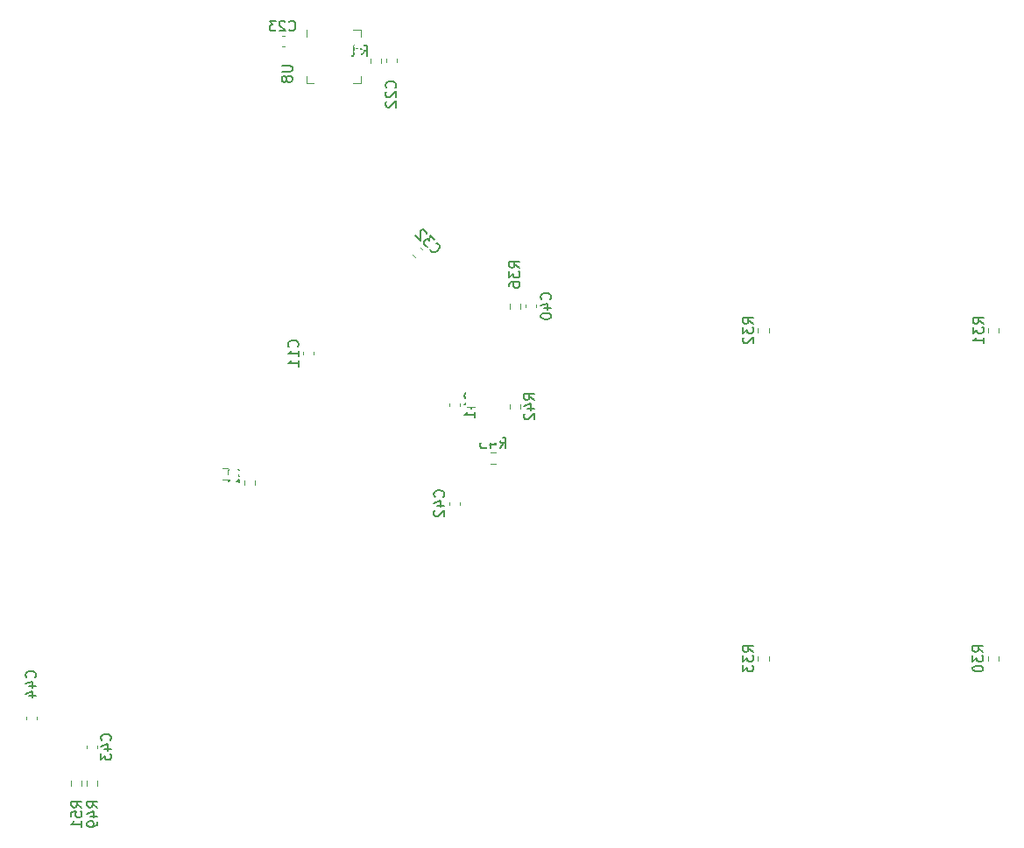
<source format=gbo>
G04 #@! TF.GenerationSoftware,KiCad,Pcbnew,(5.1.8)-1*
G04 #@! TF.CreationDate,2021-04-24T13:58:40+03:00*
G04 #@! TF.ProjectId,3d_print_main,33645f70-7269-46e7-945f-6d61696e2e6b,rev?*
G04 #@! TF.SameCoordinates,Original*
G04 #@! TF.FileFunction,Legend,Bot*
G04 #@! TF.FilePolarity,Positive*
%FSLAX46Y46*%
G04 Gerber Fmt 4.6, Leading zero omitted, Abs format (unit mm)*
G04 Created by KiCad (PCBNEW (5.1.8)-1) date 2021-04-24 13:58:40*
%MOMM*%
%LPD*%
G01*
G04 APERTURE LIST*
%ADD10C,0.120000*%
%ADD11C,0.150000*%
%ADD12O,1.902000X3.702000*%
%ADD13O,1.802000X1.802000*%
%ADD14C,2.102000*%
%ADD15C,1.852000*%
%ADD16C,1.802000*%
%ADD17O,3.702000X1.902000*%
%ADD18C,6.502000*%
%ADD19C,0.902000*%
%ADD20C,1.402000*%
%ADD21C,3.602000*%
%ADD22O,4.102000X3.102000*%
%ADD23C,1.552000*%
%ADD24O,1.302000X2.002000*%
%ADD25O,1.702000X1.702000*%
%ADD26O,2.302000X2.302000*%
%ADD27C,1.102000*%
G04 APERTURE END LIST*
D10*
X160226030Y-51427781D02*
X160027219Y-51228970D01*
X159504781Y-52149030D02*
X159305970Y-51950219D01*
X148715000Y-61340420D02*
X148715000Y-61621580D01*
X149735000Y-61340420D02*
X149735000Y-61621580D01*
X127268500Y-103298258D02*
X127268500Y-102823742D01*
X126223500Y-103298258D02*
X126223500Y-102823742D01*
X128792500Y-103298258D02*
X128792500Y-102823742D01*
X127747500Y-103298258D02*
X127747500Y-102823742D01*
X167306258Y-71105500D02*
X166831742Y-71105500D01*
X167306258Y-72150500D02*
X166831742Y-72150500D01*
X169686500Y-66848259D02*
X169686500Y-66373743D01*
X168641500Y-66848259D02*
X168641500Y-66373743D01*
X169686500Y-57176259D02*
X169686500Y-56701743D01*
X168641500Y-57176259D02*
X168641500Y-56701743D01*
X192672502Y-90757742D02*
X192672502Y-91232258D01*
X193717502Y-90757742D02*
X193717502Y-91232258D01*
X192672500Y-59007742D02*
X192672500Y-59482258D01*
X193717500Y-59007742D02*
X193717500Y-59482258D01*
X214897500Y-59007742D02*
X214897500Y-59482258D01*
X215942500Y-59007742D02*
X215942500Y-59482258D01*
X214869500Y-90757742D02*
X214869500Y-91232258D01*
X215914500Y-90757742D02*
X215914500Y-91232258D01*
X122938000Y-96901579D02*
X122938000Y-96620419D01*
X121918000Y-96901579D02*
X121918000Y-96620419D01*
X128780000Y-99695580D02*
X128780000Y-99414420D01*
X127760000Y-99695580D02*
X127760000Y-99414420D01*
X162812000Y-75854422D02*
X162812000Y-76135582D01*
X163832000Y-75854422D02*
X163832000Y-76135582D01*
X162812000Y-66329419D02*
X162812000Y-66610579D01*
X163832000Y-66329419D02*
X163832000Y-66610579D01*
X170178000Y-56755420D02*
X170178000Y-57036580D01*
X171198000Y-56755420D02*
X171198000Y-57036580D01*
X146671420Y-31752000D02*
X146952580Y-31752000D01*
X146671420Y-30732000D02*
X146952580Y-30732000D01*
X149028000Y-34651000D02*
X149028000Y-35376000D01*
X149028000Y-35376000D02*
X149753000Y-35376000D01*
X154248000Y-30881000D02*
X154248000Y-30156000D01*
X154248000Y-30156000D02*
X153523000Y-30156000D01*
X154248000Y-34651000D02*
X154248000Y-35376000D01*
X154248000Y-35376000D02*
X153523000Y-35376000D01*
X149028000Y-30881000D02*
X149028000Y-30156000D01*
X142987500Y-73739742D02*
X142987500Y-74214258D01*
X144032500Y-73739742D02*
X144032500Y-74214258D01*
X141398258Y-72629500D02*
X140923742Y-72629500D01*
X141398258Y-73674500D02*
X140923742Y-73674500D01*
X155179500Y-32937742D02*
X155179500Y-33412258D01*
X156224500Y-32937742D02*
X156224500Y-33412258D01*
X156716000Y-32984420D02*
X156716000Y-33265580D01*
X157736000Y-32984420D02*
X157736000Y-33265580D01*
D11*
X160979193Y-51384943D02*
X160979193Y-51452287D01*
X161046537Y-51586974D01*
X161113880Y-51654317D01*
X161248567Y-51721661D01*
X161383254Y-51721661D01*
X161484269Y-51687989D01*
X161652628Y-51586974D01*
X161753643Y-51485959D01*
X161854659Y-51317600D01*
X161888330Y-51216585D01*
X161888330Y-51081898D01*
X161820987Y-50947211D01*
X161753643Y-50879867D01*
X161618956Y-50812524D01*
X161551613Y-50812524D01*
X161383254Y-50509478D02*
X160945521Y-50071745D01*
X160911850Y-50576821D01*
X160810834Y-50475806D01*
X160709819Y-50442134D01*
X160642475Y-50442134D01*
X160541460Y-50475806D01*
X160373101Y-50644165D01*
X160339430Y-50745180D01*
X160339430Y-50812524D01*
X160373101Y-50913539D01*
X160575132Y-51115569D01*
X160676147Y-51149241D01*
X160743491Y-51149241D01*
X160608804Y-49869714D02*
X160608804Y-49802371D01*
X160575132Y-49701356D01*
X160406773Y-49532997D01*
X160305758Y-49499325D01*
X160238414Y-49499325D01*
X160137399Y-49532997D01*
X160070056Y-49600340D01*
X160002712Y-49735027D01*
X160002712Y-50543149D01*
X159564979Y-50105417D01*
X148152142Y-60838142D02*
X148199761Y-60790523D01*
X148247380Y-60647666D01*
X148247380Y-60552428D01*
X148199761Y-60409571D01*
X148104523Y-60314333D01*
X148009285Y-60266714D01*
X147818809Y-60219095D01*
X147675952Y-60219095D01*
X147485476Y-60266714D01*
X147390238Y-60314333D01*
X147295000Y-60409571D01*
X147247380Y-60552428D01*
X147247380Y-60647666D01*
X147295000Y-60790523D01*
X147342619Y-60838142D01*
X148247380Y-61790523D02*
X148247380Y-61219095D01*
X148247380Y-61504809D02*
X147247380Y-61504809D01*
X147390238Y-61409571D01*
X147485476Y-61314333D01*
X147533095Y-61219095D01*
X148247380Y-62742904D02*
X148247380Y-62171476D01*
X148247380Y-62457190D02*
X147247380Y-62457190D01*
X147390238Y-62361952D01*
X147485476Y-62266714D01*
X147533095Y-62171476D01*
X127297379Y-105403142D02*
X126821189Y-105069809D01*
X127297379Y-104831714D02*
X126297379Y-104831714D01*
X126297379Y-105212666D01*
X126344999Y-105307904D01*
X126392618Y-105355523D01*
X126487856Y-105403142D01*
X126630713Y-105403142D01*
X126725951Y-105355523D01*
X126773570Y-105307904D01*
X126821189Y-105212666D01*
X126821189Y-104831714D01*
X126297379Y-106307904D02*
X126297379Y-105831714D01*
X126773570Y-105784095D01*
X126725951Y-105831714D01*
X126678332Y-105926952D01*
X126678332Y-106165047D01*
X126725951Y-106260285D01*
X126773570Y-106307904D01*
X126868808Y-106355523D01*
X127106903Y-106355523D01*
X127202141Y-106307904D01*
X127249760Y-106260285D01*
X127297379Y-106165047D01*
X127297379Y-105926952D01*
X127249760Y-105831714D01*
X127202141Y-105784095D01*
X127297379Y-107307904D02*
X127297379Y-106736476D01*
X127297379Y-107022190D02*
X126297379Y-107022190D01*
X126440237Y-106926952D01*
X126535475Y-106831714D01*
X126583094Y-106736476D01*
X128821379Y-105403142D02*
X128345189Y-105069809D01*
X128821379Y-104831714D02*
X127821379Y-104831714D01*
X127821379Y-105212666D01*
X127868999Y-105307904D01*
X127916618Y-105355523D01*
X128011856Y-105403142D01*
X128154713Y-105403142D01*
X128249951Y-105355523D01*
X128297570Y-105307904D01*
X128345189Y-105212666D01*
X128345189Y-104831714D01*
X128154713Y-106260285D02*
X128821379Y-106260285D01*
X127773760Y-106022190D02*
X128488046Y-105784095D01*
X128488046Y-106403142D01*
X128821379Y-106831714D02*
X128821379Y-107022190D01*
X128773760Y-107117428D01*
X128726141Y-107165047D01*
X128583284Y-107260285D01*
X128392808Y-107307904D01*
X128011856Y-107307904D01*
X127916618Y-107260285D01*
X127868999Y-107212666D01*
X127821379Y-107117428D01*
X127821379Y-106926952D01*
X127868999Y-106831714D01*
X127916618Y-106784095D01*
X128011856Y-106736476D01*
X128249951Y-106736476D01*
X128345189Y-106784095D01*
X128392808Y-106831714D01*
X128440427Y-106926952D01*
X128440427Y-107117428D01*
X128392808Y-107212666D01*
X128345189Y-107260285D01*
X128249951Y-107307904D01*
X167711857Y-70650380D02*
X168045190Y-70174190D01*
X168283285Y-70650380D02*
X168283285Y-69650380D01*
X167902333Y-69650380D01*
X167807095Y-69698000D01*
X167759476Y-69745619D01*
X167711857Y-69840857D01*
X167711857Y-69983714D01*
X167759476Y-70078952D01*
X167807095Y-70126571D01*
X167902333Y-70174190D01*
X168283285Y-70174190D01*
X166854714Y-69983714D02*
X166854714Y-70650380D01*
X167092809Y-69602761D02*
X167330904Y-70317047D01*
X166711857Y-70317047D01*
X166426142Y-69650380D02*
X165807095Y-69650380D01*
X166140428Y-70031333D01*
X165997571Y-70031333D01*
X165902333Y-70078952D01*
X165854714Y-70126571D01*
X165807095Y-70221809D01*
X165807095Y-70459904D01*
X165854714Y-70555142D01*
X165902333Y-70602761D01*
X165997571Y-70650380D01*
X166283285Y-70650380D01*
X166378523Y-70602761D01*
X166426142Y-70555142D01*
X171046380Y-65968143D02*
X170570190Y-65634810D01*
X171046380Y-65396715D02*
X170046380Y-65396715D01*
X170046380Y-65777667D01*
X170094000Y-65872905D01*
X170141619Y-65920524D01*
X170236857Y-65968143D01*
X170379714Y-65968143D01*
X170474952Y-65920524D01*
X170522571Y-65872905D01*
X170570190Y-65777667D01*
X170570190Y-65396715D01*
X170379714Y-66825286D02*
X171046380Y-66825286D01*
X169998761Y-66587191D02*
X170713047Y-66349096D01*
X170713047Y-66968143D01*
X170141619Y-67301477D02*
X170094000Y-67349096D01*
X170046380Y-67444334D01*
X170046380Y-67682429D01*
X170094000Y-67777667D01*
X170141619Y-67825286D01*
X170236857Y-67872905D01*
X170332095Y-67872905D01*
X170474952Y-67825286D01*
X171046380Y-67253858D01*
X171046380Y-67872905D01*
X169616380Y-53205142D02*
X169140190Y-52871809D01*
X169616380Y-52633714D02*
X168616380Y-52633714D01*
X168616380Y-53014666D01*
X168664000Y-53109904D01*
X168711619Y-53157523D01*
X168806857Y-53205142D01*
X168949714Y-53205142D01*
X169044952Y-53157523D01*
X169092571Y-53109904D01*
X169140190Y-53014666D01*
X169140190Y-52633714D01*
X168616380Y-53538476D02*
X168616380Y-54157523D01*
X168997333Y-53824190D01*
X168997333Y-53967047D01*
X169044952Y-54062285D01*
X169092571Y-54109904D01*
X169187809Y-54157523D01*
X169425904Y-54157523D01*
X169521142Y-54109904D01*
X169568761Y-54062285D01*
X169616380Y-53967047D01*
X169616380Y-53681333D01*
X169568761Y-53586095D01*
X169521142Y-53538476D01*
X168616380Y-55014666D02*
X168616380Y-54824190D01*
X168664000Y-54728952D01*
X168711619Y-54681333D01*
X168854476Y-54586095D01*
X169044952Y-54538476D01*
X169425904Y-54538476D01*
X169521142Y-54586095D01*
X169568761Y-54633714D01*
X169616380Y-54728952D01*
X169616380Y-54919428D01*
X169568761Y-55014666D01*
X169521142Y-55062285D01*
X169425904Y-55109904D01*
X169187809Y-55109904D01*
X169092571Y-55062285D01*
X169044952Y-55014666D01*
X168997333Y-54919428D01*
X168997333Y-54728952D01*
X169044952Y-54633714D01*
X169092571Y-54586095D01*
X169187809Y-54538476D01*
X192217382Y-90352142D02*
X191741192Y-90018809D01*
X192217382Y-89780714D02*
X191217382Y-89780714D01*
X191217382Y-90161666D01*
X191265002Y-90256904D01*
X191312621Y-90304523D01*
X191407859Y-90352142D01*
X191550716Y-90352142D01*
X191645954Y-90304523D01*
X191693573Y-90256904D01*
X191741192Y-90161666D01*
X191741192Y-89780714D01*
X191217382Y-90685476D02*
X191217382Y-91304523D01*
X191598335Y-90971190D01*
X191598335Y-91114047D01*
X191645954Y-91209285D01*
X191693573Y-91256904D01*
X191788811Y-91304523D01*
X192026906Y-91304523D01*
X192122144Y-91256904D01*
X192169763Y-91209285D01*
X192217382Y-91114047D01*
X192217382Y-90828333D01*
X192169763Y-90733095D01*
X192122144Y-90685476D01*
X191217382Y-91637857D02*
X191217382Y-92256904D01*
X191598335Y-91923571D01*
X191598335Y-92066428D01*
X191645954Y-92161666D01*
X191693573Y-92209285D01*
X191788811Y-92256904D01*
X192026906Y-92256904D01*
X192122144Y-92209285D01*
X192169763Y-92161666D01*
X192217382Y-92066428D01*
X192217382Y-91780714D01*
X192169763Y-91685476D01*
X192122144Y-91637857D01*
X192217380Y-58602142D02*
X191741190Y-58268809D01*
X192217380Y-58030714D02*
X191217380Y-58030714D01*
X191217380Y-58411666D01*
X191265000Y-58506904D01*
X191312619Y-58554523D01*
X191407857Y-58602142D01*
X191550714Y-58602142D01*
X191645952Y-58554523D01*
X191693571Y-58506904D01*
X191741190Y-58411666D01*
X191741190Y-58030714D01*
X191217380Y-58935476D02*
X191217380Y-59554523D01*
X191598333Y-59221190D01*
X191598333Y-59364047D01*
X191645952Y-59459285D01*
X191693571Y-59506904D01*
X191788809Y-59554523D01*
X192026904Y-59554523D01*
X192122142Y-59506904D01*
X192169761Y-59459285D01*
X192217380Y-59364047D01*
X192217380Y-59078333D01*
X192169761Y-58983095D01*
X192122142Y-58935476D01*
X191312619Y-59935476D02*
X191265000Y-59983095D01*
X191217380Y-60078333D01*
X191217380Y-60316428D01*
X191265000Y-60411666D01*
X191312619Y-60459285D01*
X191407857Y-60506904D01*
X191503095Y-60506904D01*
X191645952Y-60459285D01*
X192217380Y-59887857D01*
X192217380Y-60506904D01*
X214442380Y-58602142D02*
X213966190Y-58268809D01*
X214442380Y-58030714D02*
X213442380Y-58030714D01*
X213442380Y-58411666D01*
X213490000Y-58506904D01*
X213537619Y-58554523D01*
X213632857Y-58602142D01*
X213775714Y-58602142D01*
X213870952Y-58554523D01*
X213918571Y-58506904D01*
X213966190Y-58411666D01*
X213966190Y-58030714D01*
X213442380Y-58935476D02*
X213442380Y-59554523D01*
X213823333Y-59221190D01*
X213823333Y-59364047D01*
X213870952Y-59459285D01*
X213918571Y-59506904D01*
X214013809Y-59554523D01*
X214251904Y-59554523D01*
X214347142Y-59506904D01*
X214394761Y-59459285D01*
X214442380Y-59364047D01*
X214442380Y-59078333D01*
X214394761Y-58983095D01*
X214347142Y-58935476D01*
X214442380Y-60506904D02*
X214442380Y-59935476D01*
X214442380Y-60221190D02*
X213442380Y-60221190D01*
X213585238Y-60125952D01*
X213680476Y-60030714D01*
X213728095Y-59935476D01*
X214414380Y-90352142D02*
X213938190Y-90018809D01*
X214414380Y-89780714D02*
X213414380Y-89780714D01*
X213414380Y-90161666D01*
X213462000Y-90256904D01*
X213509619Y-90304523D01*
X213604857Y-90352142D01*
X213747714Y-90352142D01*
X213842952Y-90304523D01*
X213890571Y-90256904D01*
X213938190Y-90161666D01*
X213938190Y-89780714D01*
X213414380Y-90685476D02*
X213414380Y-91304523D01*
X213795333Y-90971190D01*
X213795333Y-91114047D01*
X213842952Y-91209285D01*
X213890571Y-91256904D01*
X213985809Y-91304523D01*
X214223904Y-91304523D01*
X214319142Y-91256904D01*
X214366761Y-91209285D01*
X214414380Y-91114047D01*
X214414380Y-90828333D01*
X214366761Y-90733095D01*
X214319142Y-90685476D01*
X213414380Y-91923571D02*
X213414380Y-92018809D01*
X213462000Y-92114047D01*
X213509619Y-92161666D01*
X213604857Y-92209285D01*
X213795333Y-92256904D01*
X214033428Y-92256904D01*
X214223904Y-92209285D01*
X214319142Y-92161666D01*
X214366761Y-92114047D01*
X214414380Y-92018809D01*
X214414380Y-91923571D01*
X214366761Y-91828333D01*
X214319142Y-91780714D01*
X214223904Y-91733095D01*
X214033428Y-91685476D01*
X213795333Y-91685476D01*
X213604857Y-91733095D01*
X213509619Y-91780714D01*
X213462000Y-91828333D01*
X213414380Y-91923571D01*
X122785142Y-92829142D02*
X122832761Y-92781523D01*
X122880380Y-92638666D01*
X122880380Y-92543428D01*
X122832761Y-92400571D01*
X122737523Y-92305333D01*
X122642285Y-92257714D01*
X122451809Y-92210095D01*
X122308952Y-92210095D01*
X122118476Y-92257714D01*
X122023238Y-92305333D01*
X121928000Y-92400571D01*
X121880380Y-92543428D01*
X121880380Y-92638666D01*
X121928000Y-92781523D01*
X121975619Y-92829142D01*
X122213714Y-93686285D02*
X122880380Y-93686285D01*
X121832761Y-93448190D02*
X122547047Y-93210095D01*
X122547047Y-93829142D01*
X122213714Y-94638666D02*
X122880380Y-94638666D01*
X121832761Y-94400571D02*
X122547047Y-94162476D01*
X122547047Y-94781523D01*
X130057142Y-98912142D02*
X130104761Y-98864523D01*
X130152380Y-98721666D01*
X130152380Y-98626428D01*
X130104761Y-98483571D01*
X130009523Y-98388333D01*
X129914285Y-98340714D01*
X129723809Y-98293095D01*
X129580952Y-98293095D01*
X129390476Y-98340714D01*
X129295238Y-98388333D01*
X129200000Y-98483571D01*
X129152380Y-98626428D01*
X129152380Y-98721666D01*
X129200000Y-98864523D01*
X129247619Y-98912142D01*
X129485714Y-99769285D02*
X130152380Y-99769285D01*
X129104761Y-99531190D02*
X129819047Y-99293095D01*
X129819047Y-99912142D01*
X129152380Y-100197857D02*
X129152380Y-100816904D01*
X129533333Y-100483571D01*
X129533333Y-100626428D01*
X129580952Y-100721666D01*
X129628571Y-100769285D01*
X129723809Y-100816904D01*
X129961904Y-100816904D01*
X130057142Y-100769285D01*
X130104761Y-100721666D01*
X130152380Y-100626428D01*
X130152380Y-100340714D01*
X130104761Y-100245476D01*
X130057142Y-100197857D01*
X162249142Y-75352144D02*
X162296761Y-75304525D01*
X162344380Y-75161668D01*
X162344380Y-75066430D01*
X162296761Y-74923573D01*
X162201523Y-74828335D01*
X162106285Y-74780716D01*
X161915809Y-74733097D01*
X161772952Y-74733097D01*
X161582476Y-74780716D01*
X161487238Y-74828335D01*
X161392000Y-74923573D01*
X161344380Y-75066430D01*
X161344380Y-75161668D01*
X161392000Y-75304525D01*
X161439619Y-75352144D01*
X161677714Y-76209287D02*
X162344380Y-76209287D01*
X161296761Y-75971192D02*
X162011047Y-75733097D01*
X162011047Y-76352144D01*
X161439619Y-76685478D02*
X161392000Y-76733097D01*
X161344380Y-76828335D01*
X161344380Y-77066430D01*
X161392000Y-77161668D01*
X161439619Y-77209287D01*
X161534857Y-77256906D01*
X161630095Y-77256906D01*
X161772952Y-77209287D01*
X162344380Y-76637859D01*
X162344380Y-77256906D01*
X165203142Y-65814140D02*
X165250761Y-65766521D01*
X165298380Y-65623664D01*
X165298380Y-65528426D01*
X165250761Y-65385569D01*
X165155523Y-65290331D01*
X165060285Y-65242712D01*
X164869809Y-65195093D01*
X164726952Y-65195093D01*
X164536476Y-65242712D01*
X164441238Y-65290331D01*
X164346000Y-65385569D01*
X164298380Y-65528426D01*
X164298380Y-65623664D01*
X164346000Y-65766521D01*
X164393619Y-65814140D01*
X164631714Y-66671283D02*
X165298380Y-66671283D01*
X164250761Y-66433188D02*
X164965047Y-66195093D01*
X164965047Y-66814140D01*
X165298380Y-67718902D02*
X165298380Y-67147474D01*
X165298380Y-67433188D02*
X164298380Y-67433188D01*
X164441238Y-67337950D01*
X164536476Y-67242712D01*
X164584095Y-67147474D01*
X172569142Y-56253142D02*
X172616761Y-56205523D01*
X172664380Y-56062666D01*
X172664380Y-55967428D01*
X172616761Y-55824571D01*
X172521523Y-55729333D01*
X172426285Y-55681714D01*
X172235809Y-55634095D01*
X172092952Y-55634095D01*
X171902476Y-55681714D01*
X171807238Y-55729333D01*
X171712000Y-55824571D01*
X171664380Y-55967428D01*
X171664380Y-56062666D01*
X171712000Y-56205523D01*
X171759619Y-56253142D01*
X171997714Y-57110285D02*
X172664380Y-57110285D01*
X171616761Y-56872190D02*
X172331047Y-56634095D01*
X172331047Y-57253142D01*
X171664380Y-57824571D02*
X171664380Y-57919809D01*
X171712000Y-58015047D01*
X171759619Y-58062666D01*
X171854857Y-58110285D01*
X172045333Y-58157904D01*
X172283428Y-58157904D01*
X172473904Y-58110285D01*
X172569142Y-58062666D01*
X172616761Y-58015047D01*
X172664380Y-57919809D01*
X172664380Y-57824571D01*
X172616761Y-57729333D01*
X172569142Y-57681714D01*
X172473904Y-57634095D01*
X172283428Y-57586476D01*
X172045333Y-57586476D01*
X171854857Y-57634095D01*
X171759619Y-57681714D01*
X171712000Y-57729333D01*
X171664380Y-57824571D01*
X147340857Y-30202142D02*
X147388476Y-30249761D01*
X147531333Y-30297380D01*
X147626571Y-30297380D01*
X147769428Y-30249761D01*
X147864666Y-30154523D01*
X147912285Y-30059285D01*
X147959904Y-29868809D01*
X147959904Y-29725952D01*
X147912285Y-29535476D01*
X147864666Y-29440238D01*
X147769428Y-29345000D01*
X147626571Y-29297380D01*
X147531333Y-29297380D01*
X147388476Y-29345000D01*
X147340857Y-29392619D01*
X146959904Y-29392619D02*
X146912285Y-29345000D01*
X146817047Y-29297380D01*
X146578952Y-29297380D01*
X146483714Y-29345000D01*
X146436095Y-29392619D01*
X146388476Y-29487857D01*
X146388476Y-29583095D01*
X146436095Y-29725952D01*
X147007523Y-30297380D01*
X146388476Y-30297380D01*
X146055142Y-29297380D02*
X145436095Y-29297380D01*
X145769428Y-29678333D01*
X145626571Y-29678333D01*
X145531333Y-29725952D01*
X145483714Y-29773571D01*
X145436095Y-29868809D01*
X145436095Y-30106904D01*
X145483714Y-30202142D01*
X145531333Y-30249761D01*
X145626571Y-30297380D01*
X145912285Y-30297380D01*
X146007523Y-30249761D01*
X146055142Y-30202142D01*
X146645380Y-33655095D02*
X147454904Y-33655095D01*
X147550142Y-33702714D01*
X147597761Y-33750333D01*
X147645380Y-33845571D01*
X147645380Y-34036047D01*
X147597761Y-34131285D01*
X147550142Y-34178904D01*
X147454904Y-34226523D01*
X146645380Y-34226523D01*
X147073952Y-34845571D02*
X147026333Y-34750333D01*
X146978714Y-34702714D01*
X146883476Y-34655095D01*
X146835857Y-34655095D01*
X146740619Y-34702714D01*
X146693000Y-34750333D01*
X146645380Y-34845571D01*
X146645380Y-35036047D01*
X146693000Y-35131285D01*
X146740619Y-35178904D01*
X146835857Y-35226523D01*
X146883476Y-35226523D01*
X146978714Y-35178904D01*
X147026333Y-35131285D01*
X147073952Y-35036047D01*
X147073952Y-34845571D01*
X147121571Y-34750333D01*
X147169190Y-34702714D01*
X147264428Y-34655095D01*
X147454904Y-34655095D01*
X147550142Y-34702714D01*
X147597761Y-34750333D01*
X147645380Y-34845571D01*
X147645380Y-35036047D01*
X147597761Y-35131285D01*
X147550142Y-35178904D01*
X147454904Y-35226523D01*
X147264428Y-35226523D01*
X147169190Y-35178904D01*
X147121571Y-35131285D01*
X147073952Y-35036047D01*
X142532380Y-73334142D02*
X142056190Y-73000809D01*
X142532380Y-72762714D02*
X141532380Y-72762714D01*
X141532380Y-73143666D01*
X141580000Y-73238904D01*
X141627619Y-73286523D01*
X141722857Y-73334142D01*
X141865714Y-73334142D01*
X141960952Y-73286523D01*
X142008571Y-73238904D01*
X142056190Y-73143666D01*
X142056190Y-72762714D01*
X141627619Y-73715095D02*
X141580000Y-73762714D01*
X141532380Y-73857952D01*
X141532380Y-74096047D01*
X141580000Y-74191285D01*
X141627619Y-74238904D01*
X141722857Y-74286523D01*
X141818095Y-74286523D01*
X141960952Y-74238904D01*
X142532380Y-73667476D01*
X142532380Y-74286523D01*
X141532380Y-75143666D02*
X141532380Y-74953190D01*
X141580000Y-74857952D01*
X141627619Y-74810333D01*
X141770476Y-74715095D01*
X141960952Y-74667476D01*
X142341904Y-74667476D01*
X142437142Y-74715095D01*
X142484761Y-74762714D01*
X142532380Y-74857952D01*
X142532380Y-75048428D01*
X142484761Y-75143666D01*
X142437142Y-75191285D01*
X142341904Y-75238904D01*
X142103809Y-75238904D01*
X142008571Y-75191285D01*
X141960952Y-75143666D01*
X141913333Y-75048428D01*
X141913333Y-74857952D01*
X141960952Y-74762714D01*
X142008571Y-74715095D01*
X142103809Y-74667476D01*
X141803857Y-72174380D02*
X142137190Y-71698190D01*
X142375285Y-72174380D02*
X142375285Y-71174380D01*
X141994333Y-71174380D01*
X141899095Y-71222000D01*
X141851476Y-71269619D01*
X141803857Y-71364857D01*
X141803857Y-71507714D01*
X141851476Y-71602952D01*
X141899095Y-71650571D01*
X141994333Y-71698190D01*
X142375285Y-71698190D01*
X141422904Y-71269619D02*
X141375285Y-71222000D01*
X141280047Y-71174380D01*
X141041952Y-71174380D01*
X140946714Y-71222000D01*
X140899095Y-71269619D01*
X140851476Y-71364857D01*
X140851476Y-71460095D01*
X140899095Y-71602952D01*
X141470523Y-72174380D01*
X140851476Y-72174380D01*
X139946714Y-71174380D02*
X140422904Y-71174380D01*
X140470523Y-71650571D01*
X140422904Y-71602952D01*
X140327666Y-71555333D01*
X140089571Y-71555333D01*
X139994333Y-71602952D01*
X139946714Y-71650571D01*
X139899095Y-71745809D01*
X139899095Y-71983904D01*
X139946714Y-72079142D01*
X139994333Y-72126761D01*
X140089571Y-72174380D01*
X140327666Y-72174380D01*
X140422904Y-72126761D01*
X140470523Y-72079142D01*
X154312857Y-32674380D02*
X154646190Y-32198190D01*
X154884285Y-32674380D02*
X154884285Y-31674380D01*
X154503333Y-31674380D01*
X154408095Y-31722000D01*
X154360476Y-31769619D01*
X154312857Y-31864857D01*
X154312857Y-32007714D01*
X154360476Y-32102952D01*
X154408095Y-32150571D01*
X154503333Y-32198190D01*
X154884285Y-32198190D01*
X153360476Y-32674380D02*
X153931904Y-32674380D01*
X153646190Y-32674380D02*
X153646190Y-31674380D01*
X153741428Y-31817238D01*
X153836666Y-31912476D01*
X153931904Y-31960095D01*
X152789047Y-32102952D02*
X152884285Y-32055333D01*
X152931904Y-32007714D01*
X152979523Y-31912476D01*
X152979523Y-31864857D01*
X152931904Y-31769619D01*
X152884285Y-31722000D01*
X152789047Y-31674380D01*
X152598571Y-31674380D01*
X152503333Y-31722000D01*
X152455714Y-31769619D01*
X152408095Y-31864857D01*
X152408095Y-31912476D01*
X152455714Y-32007714D01*
X152503333Y-32055333D01*
X152598571Y-32102952D01*
X152789047Y-32102952D01*
X152884285Y-32150571D01*
X152931904Y-32198190D01*
X152979523Y-32293428D01*
X152979523Y-32483904D01*
X152931904Y-32579142D01*
X152884285Y-32626761D01*
X152789047Y-32674380D01*
X152598571Y-32674380D01*
X152503333Y-32626761D01*
X152455714Y-32579142D01*
X152408095Y-32483904D01*
X152408095Y-32293428D01*
X152455714Y-32198190D01*
X152503333Y-32150571D01*
X152598571Y-32102952D01*
X157583142Y-35771141D02*
X157630761Y-35723522D01*
X157678380Y-35580665D01*
X157678380Y-35485427D01*
X157630761Y-35342570D01*
X157535523Y-35247332D01*
X157440285Y-35199713D01*
X157249809Y-35152094D01*
X157106952Y-35152094D01*
X156916476Y-35199713D01*
X156821238Y-35247332D01*
X156726000Y-35342570D01*
X156678380Y-35485427D01*
X156678380Y-35580665D01*
X156726000Y-35723522D01*
X156773619Y-35771141D01*
X156773619Y-36152094D02*
X156726000Y-36199713D01*
X156678380Y-36294951D01*
X156678380Y-36533046D01*
X156726000Y-36628284D01*
X156773619Y-36675903D01*
X156868857Y-36723522D01*
X156964095Y-36723522D01*
X157106952Y-36675903D01*
X157678380Y-36104475D01*
X157678380Y-36723522D01*
X156773619Y-37104475D02*
X156726000Y-37152094D01*
X156678380Y-37247332D01*
X156678380Y-37485427D01*
X156726000Y-37580665D01*
X156773619Y-37628284D01*
X156868857Y-37675903D01*
X156964095Y-37675903D01*
X157106952Y-37628284D01*
X157678380Y-37056856D01*
X157678380Y-37675903D01*
%LPC*%
G36*
G01*
X159767060Y-51300444D02*
X159377444Y-51690060D01*
G75*
G02*
X159023184Y-51690060I-177130J177130D01*
G01*
X158668924Y-51335800D01*
G75*
G02*
X158668924Y-50981540I177130J177130D01*
G01*
X159058540Y-50591924D01*
G75*
G02*
X159412800Y-50591924I177130J-177130D01*
G01*
X159767060Y-50946184D01*
G75*
G02*
X159767060Y-51300444I-177130J-177130D01*
G01*
G37*
G36*
G01*
X160863076Y-52396460D02*
X160473460Y-52786076D01*
G75*
G02*
X160119200Y-52786076I-177130J177130D01*
G01*
X159764940Y-52431816D01*
G75*
G02*
X159764940Y-52077556I177130J177130D01*
G01*
X160154556Y-51687940D01*
G75*
G02*
X160508816Y-51687940I177130J-177130D01*
G01*
X160863076Y-52042200D01*
G75*
G02*
X160863076Y-52396460I-177130J-177130D01*
G01*
G37*
G36*
G01*
X148949500Y-61755000D02*
X149500500Y-61755000D01*
G75*
G02*
X149751000Y-62005500I0J-250500D01*
G01*
X149751000Y-62506500D01*
G75*
G02*
X149500500Y-62757000I-250500J0D01*
G01*
X148949500Y-62757000D01*
G75*
G02*
X148699000Y-62506500I0J250500D01*
G01*
X148699000Y-62005500D01*
G75*
G02*
X148949500Y-61755000I250500J0D01*
G01*
G37*
G36*
G01*
X148949500Y-60205000D02*
X149500500Y-60205000D01*
G75*
G02*
X149751000Y-60455500I0J-250500D01*
G01*
X149751000Y-60956500D01*
G75*
G02*
X149500500Y-61207000I-250500J0D01*
G01*
X148949500Y-61207000D01*
G75*
G02*
X148699000Y-60956500I0J250500D01*
G01*
X148699000Y-60455500D01*
G75*
G02*
X148949500Y-60205000I250500J0D01*
G01*
G37*
G36*
G01*
X165289000Y-114745166D02*
X165289000Y-117918834D01*
G75*
G02*
X165024834Y-118183000I-264166J0D01*
G01*
X163651166Y-118183000D01*
G75*
G02*
X163387000Y-117918834I0J264166D01*
G01*
X163387000Y-114745166D01*
G75*
G02*
X163651166Y-114481000I264166J0D01*
G01*
X165024834Y-114481000D01*
G75*
G02*
X165289000Y-114745166I0J-264166D01*
G01*
G37*
D12*
X160838000Y-116332000D03*
D13*
X228092000Y-27178000D03*
X225552000Y-27178000D03*
X223012000Y-27178000D03*
G36*
G01*
X221322000Y-28079000D02*
X219622000Y-28079000D01*
G75*
G02*
X219571000Y-28028000I0J51000D01*
G01*
X219571000Y-26328000D01*
G75*
G02*
X219622000Y-26277000I51000J0D01*
G01*
X221322000Y-26277000D01*
G75*
G02*
X221373000Y-26328000I0J-51000D01*
G01*
X221373000Y-28028000D01*
G75*
G02*
X221322000Y-28079000I-51000J0D01*
G01*
G37*
X205895002Y-27178000D03*
X203355002Y-27178000D03*
X200815002Y-27178000D03*
G36*
G01*
X199125002Y-28079000D02*
X197425002Y-28079000D01*
G75*
G02*
X197374002Y-28028000I0J51000D01*
G01*
X197374002Y-26328000D01*
G75*
G02*
X197425002Y-26277000I51000J0D01*
G01*
X199125002Y-26277000D01*
G75*
G02*
X199176002Y-26328000I0J-51000D01*
G01*
X199176002Y-28028000D01*
G75*
G02*
X199125002Y-28079000I-51000J0D01*
G01*
G37*
D14*
X228120000Y-43160000D03*
X225580000Y-43160000D03*
X223040000Y-43160000D03*
X220500000Y-43160000D03*
X217960000Y-43160000D03*
X215420000Y-43160000D03*
X212880000Y-43160000D03*
X210340000Y-43160000D03*
X210340000Y-30460000D03*
X212880000Y-30460000D03*
X215420000Y-30460000D03*
X217960000Y-30460000D03*
X220500000Y-30460000D03*
X223040000Y-30460000D03*
X225580000Y-30460000D03*
X228120000Y-30460000D03*
D15*
X179733000Y-30587000D03*
X179733000Y-33127000D03*
X179733000Y-35667000D03*
X179733000Y-38207000D03*
X179733000Y-40747000D03*
X179733000Y-43287000D03*
X159413000Y-43287000D03*
X159413000Y-40747000D03*
X159413000Y-38207000D03*
X159413000Y-35667000D03*
X159413000Y-33127000D03*
X159413000Y-30587000D03*
D16*
X115062000Y-48260000D03*
X115062000Y-45720000D03*
X115062000Y-43180000D03*
X115062000Y-40640000D03*
X112522000Y-48260000D03*
X112522000Y-45720000D03*
X112522000Y-43180000D03*
G36*
G01*
X111621000Y-41276000D02*
X111621000Y-40004000D01*
G75*
G02*
X111886000Y-39739000I265000J0D01*
G01*
X113158000Y-39739000D01*
G75*
G02*
X113423000Y-40004000I0J-265000D01*
G01*
X113423000Y-41276000D01*
G75*
G02*
X113158000Y-41541000I-265000J0D01*
G01*
X111886000Y-41541000D01*
G75*
G02*
X111621000Y-41276000I0J265000D01*
G01*
G37*
G36*
G01*
X140907166Y-98165002D02*
X144080834Y-98165002D01*
G75*
G02*
X144345000Y-98429168I0J-264166D01*
G01*
X144345000Y-99802836D01*
G75*
G02*
X144080834Y-100067002I-264166J0D01*
G01*
X140907166Y-100067002D01*
G75*
G02*
X140643000Y-99802836I0J264166D01*
G01*
X140643000Y-98429168D01*
G75*
G02*
X140907166Y-98165002I264166J0D01*
G01*
G37*
D17*
X142494000Y-102616002D03*
X142494000Y-106116002D03*
G36*
G01*
X140907166Y-88711000D02*
X144080834Y-88711000D01*
G75*
G02*
X144345000Y-88975166I0J-264166D01*
G01*
X144345000Y-90348834D01*
G75*
G02*
X144080834Y-90613000I-264166J0D01*
G01*
X140907166Y-90613000D01*
G75*
G02*
X140643000Y-90348834I0J264166D01*
G01*
X140643000Y-88975166D01*
G75*
G02*
X140907166Y-88711000I264166J0D01*
G01*
G37*
X142494000Y-93162000D03*
G36*
G01*
X140907166Y-79313000D02*
X144080834Y-79313000D01*
G75*
G02*
X144345000Y-79577166I0J-264166D01*
G01*
X144345000Y-80950834D01*
G75*
G02*
X144080834Y-81215000I-264166J0D01*
G01*
X140907166Y-81215000D01*
G75*
G02*
X140643000Y-80950834I0J264166D01*
G01*
X140643000Y-79577166D01*
G75*
G02*
X140907166Y-79313000I264166J0D01*
G01*
G37*
X142494000Y-83764000D03*
D16*
X123952000Y-89916000D03*
X123952000Y-92456000D03*
X123952000Y-94996000D03*
X123952000Y-97536000D03*
X123952000Y-100076000D03*
X126492000Y-89916000D03*
X126492000Y-92456000D03*
X126492000Y-94996000D03*
X126492000Y-97536000D03*
G36*
G01*
X127393000Y-99440000D02*
X127393000Y-100712000D01*
G75*
G02*
X127128000Y-100977000I-265000J0D01*
G01*
X125856000Y-100977000D01*
G75*
G02*
X125591000Y-100712000I0J265000D01*
G01*
X125591000Y-99440000D01*
G75*
G02*
X125856000Y-99175000I265000J0D01*
G01*
X127128000Y-99175000D01*
G75*
G02*
X127393000Y-99440000I0J-265000D01*
G01*
G37*
D18*
X125984000Y-28956000D03*
D19*
X128384000Y-28956000D03*
X127681056Y-30653056D03*
X125984000Y-31356000D03*
X124286944Y-30653056D03*
X123584000Y-28956000D03*
X124286944Y-27258944D03*
X125984000Y-26556000D03*
X127681056Y-27258944D03*
D20*
X152344000Y-42974000D03*
X150844000Y-42974000D03*
X149344000Y-42974000D03*
X147844000Y-42974000D03*
D21*
X58420000Y-110998000D03*
D22*
X64820000Y-116498000D03*
X64820000Y-105498000D03*
X64820000Y-110998000D03*
D17*
X141124999Y-74910003D03*
X141124999Y-71410003D03*
G36*
G01*
X139538165Y-66959003D02*
X142711833Y-66959003D01*
G75*
G02*
X142975999Y-67223169I0J-264166D01*
G01*
X142975999Y-68596837D01*
G75*
G02*
X142711833Y-68861003I-264166J0D01*
G01*
X139538165Y-68861003D01*
G75*
G02*
X139273999Y-68596837I0J264166D01*
G01*
X139273999Y-67223169D01*
G75*
G02*
X139538165Y-66959003I264166J0D01*
G01*
G37*
D12*
X97818000Y-116320000D03*
G36*
G01*
X102579000Y-114733166D02*
X102579000Y-117906834D01*
G75*
G02*
X102314834Y-118171000I-264166J0D01*
G01*
X100941166Y-118171000D01*
G75*
G02*
X100677000Y-117906834I0J264166D01*
G01*
X100677000Y-114733166D01*
G75*
G02*
X100941166Y-114469000I264166J0D01*
G01*
X102314834Y-114469000D01*
G75*
G02*
X102579000Y-114733166I0J-264166D01*
G01*
G37*
X109220000Y-97028000D03*
X105410000Y-97028000D03*
X101600000Y-97028000D03*
G36*
G01*
X96839000Y-98614834D02*
X96839000Y-95441166D01*
G75*
G02*
X97103166Y-95177000I264166J0D01*
G01*
X98476834Y-95177000D01*
G75*
G02*
X98741000Y-95441166I0J-264166D01*
G01*
X98741000Y-98614834D01*
G75*
G02*
X98476834Y-98879000I-264166J0D01*
G01*
X97103166Y-98879000D01*
G75*
G02*
X96839000Y-98614834I0J264166D01*
G01*
G37*
D23*
X154138000Y-27878500D03*
X149138000Y-27878500D03*
D24*
X155138000Y-25178500D03*
X148138000Y-25178500D03*
G36*
G01*
X89820000Y-57377000D02*
X89820000Y-59677000D01*
G75*
G02*
X89769000Y-59728000I-51000J0D01*
G01*
X83769000Y-59728000D01*
G75*
G02*
X83718000Y-59677000I0J51000D01*
G01*
X83718000Y-57377000D01*
G75*
G02*
X83769000Y-57326000I51000J0D01*
G01*
X89769000Y-57326000D01*
G75*
G02*
X89820000Y-57377000I0J-51000D01*
G01*
G37*
G36*
G01*
X89820000Y-65632000D02*
X89820000Y-67932000D01*
G75*
G02*
X89769000Y-67983000I-51000J0D01*
G01*
X83769000Y-67983000D01*
G75*
G02*
X83718000Y-67932000I0J51000D01*
G01*
X83718000Y-65632000D01*
G75*
G02*
X83769000Y-65581000I51000J0D01*
G01*
X89769000Y-65581000D01*
G75*
G02*
X89820000Y-65632000I0J-51000D01*
G01*
G37*
D25*
X144780000Y-33274000D03*
G36*
G01*
X143980000Y-24803000D02*
X145580000Y-24803000D01*
G75*
G02*
X145631000Y-24854000I0J-51000D01*
G01*
X145631000Y-26454000D01*
G75*
G02*
X145580000Y-26505000I-51000J0D01*
G01*
X143980000Y-26505000D01*
G75*
G02*
X143929000Y-26454000I0J51000D01*
G01*
X143929000Y-24854000D01*
G75*
G02*
X143980000Y-24803000I51000J0D01*
G01*
G37*
D18*
X136017000Y-117856000D03*
D19*
X138417000Y-117856000D03*
X137714056Y-119553056D03*
X136017000Y-120256000D03*
X134319944Y-119553056D03*
X133617000Y-117856000D03*
X134319944Y-116158944D03*
X136017000Y-115456000D03*
X137714056Y-116158944D03*
G36*
G01*
X76284000Y-102116000D02*
X74084000Y-102116000D01*
G75*
G02*
X74033000Y-102065000I0J51000D01*
G01*
X74033000Y-99865000D01*
G75*
G02*
X74084000Y-99814000I51000J0D01*
G01*
X76284000Y-99814000D01*
G75*
G02*
X76335000Y-99865000I0J-51000D01*
G01*
X76335000Y-102065000D01*
G75*
G02*
X76284000Y-102116000I-51000J0D01*
G01*
G37*
D26*
X75184000Y-93345000D03*
G36*
G01*
X143879000Y-38950000D02*
X143879000Y-37250000D01*
G75*
G02*
X143930000Y-37199000I51000J0D01*
G01*
X145630000Y-37199000D01*
G75*
G02*
X145681000Y-37250000I0J-51000D01*
G01*
X145681000Y-38950000D01*
G75*
G02*
X145630000Y-39001000I-51000J0D01*
G01*
X143930000Y-39001000D01*
G75*
G02*
X143879000Y-38950000I0J51000D01*
G01*
G37*
D14*
X205895002Y-43160000D03*
X203355002Y-43160000D03*
X200815002Y-43160000D03*
X198275002Y-43160000D03*
X195735002Y-43160000D03*
X193195002Y-43160000D03*
X190655002Y-43160000D03*
X188115002Y-43160000D03*
X188115002Y-30460000D03*
X190655002Y-30460000D03*
X193195002Y-30460000D03*
X195735002Y-30460000D03*
X198275002Y-30460000D03*
X200815002Y-30460000D03*
X203355002Y-30460000D03*
X205895002Y-30460000D03*
X205895000Y-74910000D03*
X203355000Y-74910000D03*
X200815000Y-74910000D03*
X198275000Y-74910000D03*
X195735000Y-74910000D03*
X193195000Y-74910000D03*
X190655000Y-74910000D03*
X188115000Y-74910000D03*
X188115000Y-62210000D03*
X190655000Y-62210000D03*
X193195000Y-62210000D03*
X195735000Y-62210000D03*
X198275000Y-62210000D03*
X200815000Y-62210000D03*
X203355000Y-62210000D03*
X205895000Y-62210000D03*
X205895002Y-106660002D03*
X203355002Y-106660002D03*
X200815002Y-106660002D03*
X198275002Y-106660002D03*
X195735002Y-106660002D03*
X193195002Y-106660002D03*
X190655002Y-106660002D03*
X188115002Y-106660002D03*
X188115002Y-93960002D03*
X190655002Y-93960002D03*
X193195002Y-93960002D03*
X195735002Y-93960002D03*
X198275002Y-93960002D03*
X200815002Y-93960002D03*
X203355002Y-93960002D03*
X205895002Y-93960002D03*
X228119998Y-106660000D03*
X225579998Y-106660000D03*
X223039998Y-106660000D03*
X220499998Y-106660000D03*
X217959998Y-106660000D03*
X215419998Y-106660000D03*
X212879998Y-106660000D03*
X210339998Y-106660000D03*
X210339998Y-93960000D03*
X212879998Y-93960000D03*
X215419998Y-93960000D03*
X217959998Y-93960000D03*
X220499998Y-93960000D03*
X223039998Y-93960000D03*
X225579998Y-93960000D03*
X228119998Y-93960000D03*
X228120000Y-74910000D03*
X225580000Y-74910000D03*
X223040000Y-74910000D03*
X220500000Y-74910000D03*
X217960000Y-74910000D03*
X215420000Y-74910000D03*
X212880000Y-74910000D03*
X210340000Y-74910000D03*
X210340000Y-62210000D03*
X212880000Y-62210000D03*
X215420000Y-62210000D03*
X217960000Y-62210000D03*
X220500000Y-62210000D03*
X223040000Y-62210000D03*
X225580000Y-62210000D03*
X228120000Y-62210000D03*
G36*
G01*
X127046500Y-102687000D02*
X126445500Y-102687000D01*
G75*
G02*
X126220000Y-102461500I0J225500D01*
G01*
X126220000Y-102010500D01*
G75*
G02*
X126445500Y-101785000I225500J0D01*
G01*
X127046500Y-101785000D01*
G75*
G02*
X127272000Y-102010500I0J-225500D01*
G01*
X127272000Y-102461500D01*
G75*
G02*
X127046500Y-102687000I-225500J0D01*
G01*
G37*
G36*
G01*
X127046500Y-104337000D02*
X126445500Y-104337000D01*
G75*
G02*
X126220000Y-104111500I0J225500D01*
G01*
X126220000Y-103660500D01*
G75*
G02*
X126445500Y-103435000I225500J0D01*
G01*
X127046500Y-103435000D01*
G75*
G02*
X127272000Y-103660500I0J-225500D01*
G01*
X127272000Y-104111500D01*
G75*
G02*
X127046500Y-104337000I-225500J0D01*
G01*
G37*
G36*
G01*
X128570500Y-102687000D02*
X127969500Y-102687000D01*
G75*
G02*
X127744000Y-102461500I0J225500D01*
G01*
X127744000Y-102010500D01*
G75*
G02*
X127969500Y-101785000I225500J0D01*
G01*
X128570500Y-101785000D01*
G75*
G02*
X128796000Y-102010500I0J-225500D01*
G01*
X128796000Y-102461500D01*
G75*
G02*
X128570500Y-102687000I-225500J0D01*
G01*
G37*
G36*
G01*
X128570500Y-104337000D02*
X127969500Y-104337000D01*
G75*
G02*
X127744000Y-104111500I0J225500D01*
G01*
X127744000Y-103660500D01*
G75*
G02*
X127969500Y-103435000I225500J0D01*
G01*
X128570500Y-103435000D01*
G75*
G02*
X128796000Y-103660500I0J-225500D01*
G01*
X128796000Y-104111500D01*
G75*
G02*
X128570500Y-104337000I-225500J0D01*
G01*
G37*
G36*
G01*
X166695000Y-71327500D02*
X166695000Y-71928500D01*
G75*
G02*
X166469500Y-72154000I-225500J0D01*
G01*
X166018500Y-72154000D01*
G75*
G02*
X165793000Y-71928500I0J225500D01*
G01*
X165793000Y-71327500D01*
G75*
G02*
X166018500Y-71102000I225500J0D01*
G01*
X166469500Y-71102000D01*
G75*
G02*
X166695000Y-71327500I0J-225500D01*
G01*
G37*
G36*
G01*
X168345000Y-71327500D02*
X168345000Y-71928500D01*
G75*
G02*
X168119500Y-72154000I-225500J0D01*
G01*
X167668500Y-72154000D01*
G75*
G02*
X167443000Y-71928500I0J225500D01*
G01*
X167443000Y-71327500D01*
G75*
G02*
X167668500Y-71102000I225500J0D01*
G01*
X168119500Y-71102000D01*
G75*
G02*
X168345000Y-71327500I0J-225500D01*
G01*
G37*
G36*
G01*
X169464500Y-66237001D02*
X168863500Y-66237001D01*
G75*
G02*
X168638000Y-66011501I0J225500D01*
G01*
X168638000Y-65560501D01*
G75*
G02*
X168863500Y-65335001I225500J0D01*
G01*
X169464500Y-65335001D01*
G75*
G02*
X169690000Y-65560501I0J-225500D01*
G01*
X169690000Y-66011501D01*
G75*
G02*
X169464500Y-66237001I-225500J0D01*
G01*
G37*
G36*
G01*
X169464500Y-67887001D02*
X168863500Y-67887001D01*
G75*
G02*
X168638000Y-67661501I0J225500D01*
G01*
X168638000Y-67210501D01*
G75*
G02*
X168863500Y-66985001I225500J0D01*
G01*
X169464500Y-66985001D01*
G75*
G02*
X169690000Y-67210501I0J-225500D01*
G01*
X169690000Y-67661501D01*
G75*
G02*
X169464500Y-67887001I-225500J0D01*
G01*
G37*
G36*
G01*
X169464500Y-56565001D02*
X168863500Y-56565001D01*
G75*
G02*
X168638000Y-56339501I0J225500D01*
G01*
X168638000Y-55888501D01*
G75*
G02*
X168863500Y-55663001I225500J0D01*
G01*
X169464500Y-55663001D01*
G75*
G02*
X169690000Y-55888501I0J-225500D01*
G01*
X169690000Y-56339501D01*
G75*
G02*
X169464500Y-56565001I-225500J0D01*
G01*
G37*
G36*
G01*
X169464500Y-58215001D02*
X168863500Y-58215001D01*
G75*
G02*
X168638000Y-57989501I0J225500D01*
G01*
X168638000Y-57538501D01*
G75*
G02*
X168863500Y-57313001I225500J0D01*
G01*
X169464500Y-57313001D01*
G75*
G02*
X169690000Y-57538501I0J-225500D01*
G01*
X169690000Y-57989501D01*
G75*
G02*
X169464500Y-58215001I-225500J0D01*
G01*
G37*
G36*
G01*
X192894502Y-91369000D02*
X193495502Y-91369000D01*
G75*
G02*
X193721002Y-91594500I0J-225500D01*
G01*
X193721002Y-92045500D01*
G75*
G02*
X193495502Y-92271000I-225500J0D01*
G01*
X192894502Y-92271000D01*
G75*
G02*
X192669002Y-92045500I0J225500D01*
G01*
X192669002Y-91594500D01*
G75*
G02*
X192894502Y-91369000I225500J0D01*
G01*
G37*
G36*
G01*
X192894502Y-89719000D02*
X193495502Y-89719000D01*
G75*
G02*
X193721002Y-89944500I0J-225500D01*
G01*
X193721002Y-90395500D01*
G75*
G02*
X193495502Y-90621000I-225500J0D01*
G01*
X192894502Y-90621000D01*
G75*
G02*
X192669002Y-90395500I0J225500D01*
G01*
X192669002Y-89944500D01*
G75*
G02*
X192894502Y-89719000I225500J0D01*
G01*
G37*
G36*
G01*
X192894500Y-59619000D02*
X193495500Y-59619000D01*
G75*
G02*
X193721000Y-59844500I0J-225500D01*
G01*
X193721000Y-60295500D01*
G75*
G02*
X193495500Y-60521000I-225500J0D01*
G01*
X192894500Y-60521000D01*
G75*
G02*
X192669000Y-60295500I0J225500D01*
G01*
X192669000Y-59844500D01*
G75*
G02*
X192894500Y-59619000I225500J0D01*
G01*
G37*
G36*
G01*
X192894500Y-57969000D02*
X193495500Y-57969000D01*
G75*
G02*
X193721000Y-58194500I0J-225500D01*
G01*
X193721000Y-58645500D01*
G75*
G02*
X193495500Y-58871000I-225500J0D01*
G01*
X192894500Y-58871000D01*
G75*
G02*
X192669000Y-58645500I0J225500D01*
G01*
X192669000Y-58194500D01*
G75*
G02*
X192894500Y-57969000I225500J0D01*
G01*
G37*
G36*
G01*
X215119500Y-59619000D02*
X215720500Y-59619000D01*
G75*
G02*
X215946000Y-59844500I0J-225500D01*
G01*
X215946000Y-60295500D01*
G75*
G02*
X215720500Y-60521000I-225500J0D01*
G01*
X215119500Y-60521000D01*
G75*
G02*
X214894000Y-60295500I0J225500D01*
G01*
X214894000Y-59844500D01*
G75*
G02*
X215119500Y-59619000I225500J0D01*
G01*
G37*
G36*
G01*
X215119500Y-57969000D02*
X215720500Y-57969000D01*
G75*
G02*
X215946000Y-58194500I0J-225500D01*
G01*
X215946000Y-58645500D01*
G75*
G02*
X215720500Y-58871000I-225500J0D01*
G01*
X215119500Y-58871000D01*
G75*
G02*
X214894000Y-58645500I0J225500D01*
G01*
X214894000Y-58194500D01*
G75*
G02*
X215119500Y-57969000I225500J0D01*
G01*
G37*
G36*
G01*
X215091500Y-91369000D02*
X215692500Y-91369000D01*
G75*
G02*
X215918000Y-91594500I0J-225500D01*
G01*
X215918000Y-92045500D01*
G75*
G02*
X215692500Y-92271000I-225500J0D01*
G01*
X215091500Y-92271000D01*
G75*
G02*
X214866000Y-92045500I0J225500D01*
G01*
X214866000Y-91594500D01*
G75*
G02*
X215091500Y-91369000I225500J0D01*
G01*
G37*
G36*
G01*
X215091500Y-89719000D02*
X215692500Y-89719000D01*
G75*
G02*
X215918000Y-89944500I0J-225500D01*
G01*
X215918000Y-90395500D01*
G75*
G02*
X215692500Y-90621000I-225500J0D01*
G01*
X215091500Y-90621000D01*
G75*
G02*
X214866000Y-90395500I0J225500D01*
G01*
X214866000Y-89944500D01*
G75*
G02*
X215091500Y-89719000I225500J0D01*
G01*
G37*
D21*
X63218000Y-84074000D03*
D22*
X56818000Y-78574000D03*
X56818000Y-89574000D03*
X56818000Y-84074000D03*
D18*
X180340000Y-66040000D03*
D19*
X182740000Y-66040000D03*
X182037056Y-67737056D03*
X180340000Y-68440000D03*
X178642944Y-67737056D03*
X177940000Y-66040000D03*
X178642944Y-64342944D03*
X180340000Y-63640000D03*
X182037056Y-64342944D03*
D18*
X180340000Y-105410000D03*
D19*
X182740000Y-105410000D03*
X182037056Y-107107056D03*
X180340000Y-107810000D03*
X178642944Y-107107056D03*
X177940000Y-105410000D03*
X178642944Y-103712944D03*
X180340000Y-103010000D03*
X182037056Y-103712944D03*
D18*
X205232000Y-49022000D03*
D19*
X207632000Y-49022000D03*
X206929056Y-50719056D03*
X205232000Y-51422000D03*
X203534944Y-50719056D03*
X202832000Y-49022000D03*
X203534944Y-47324944D03*
X205232000Y-46622000D03*
X206929056Y-47324944D03*
D18*
X205381674Y-112442696D03*
D19*
X207781674Y-112442696D03*
X207078730Y-114139752D03*
X205381674Y-114842696D03*
X203684618Y-114139752D03*
X202981674Y-112442696D03*
X203684618Y-110745640D03*
X205381674Y-110042696D03*
X207078730Y-110745640D03*
D18*
X52832000Y-60960000D03*
D19*
X55232000Y-60960000D03*
X54529056Y-62657056D03*
X52832000Y-63360000D03*
X51134944Y-62657056D03*
X50432000Y-60960000D03*
X51134944Y-59262944D03*
X52832000Y-58560000D03*
X54529056Y-59262944D03*
D18*
X80518000Y-120650000D03*
D19*
X82918000Y-120650000D03*
X82215056Y-122347056D03*
X80518000Y-123050000D03*
X78820944Y-122347056D03*
X78118000Y-120650000D03*
X78820944Y-118952944D03*
X80518000Y-118250000D03*
X82215056Y-118952944D03*
D18*
X42672000Y-30226000D03*
D19*
X45072000Y-30226000D03*
X44369056Y-31923056D03*
X42672000Y-32626000D03*
X40974944Y-31923056D03*
X40272000Y-30226000D03*
X40974944Y-28528944D03*
X42672000Y-27826000D03*
X44369056Y-28528944D03*
G36*
G01*
X130689000Y-114598166D02*
X130689000Y-117771834D01*
G75*
G02*
X130424834Y-118036000I-264166J0D01*
G01*
X129051166Y-118036000D01*
G75*
G02*
X128787000Y-117771834I0J264166D01*
G01*
X128787000Y-114598166D01*
G75*
G02*
X129051166Y-114334000I264166J0D01*
G01*
X130424834Y-114334000D01*
G75*
G02*
X130689000Y-114598166I0J-264166D01*
G01*
G37*
D12*
X126238000Y-116185000D03*
G36*
G01*
X122703500Y-96486999D02*
X122152500Y-96486999D01*
G75*
G02*
X121902000Y-96236499I0J250500D01*
G01*
X121902000Y-95735499D01*
G75*
G02*
X122152500Y-95484999I250500J0D01*
G01*
X122703500Y-95484999D01*
G75*
G02*
X122954000Y-95735499I0J-250500D01*
G01*
X122954000Y-96236499D01*
G75*
G02*
X122703500Y-96486999I-250500J0D01*
G01*
G37*
G36*
G01*
X122703500Y-98036999D02*
X122152500Y-98036999D01*
G75*
G02*
X121902000Y-97786499I0J250500D01*
G01*
X121902000Y-97285499D01*
G75*
G02*
X122152500Y-97034999I250500J0D01*
G01*
X122703500Y-97034999D01*
G75*
G02*
X122954000Y-97285499I0J-250500D01*
G01*
X122954000Y-97786499D01*
G75*
G02*
X122703500Y-98036999I-250500J0D01*
G01*
G37*
G36*
G01*
X128545500Y-99281000D02*
X127994500Y-99281000D01*
G75*
G02*
X127744000Y-99030500I0J250500D01*
G01*
X127744000Y-98529500D01*
G75*
G02*
X127994500Y-98279000I250500J0D01*
G01*
X128545500Y-98279000D01*
G75*
G02*
X128796000Y-98529500I0J-250500D01*
G01*
X128796000Y-99030500D01*
G75*
G02*
X128545500Y-99281000I-250500J0D01*
G01*
G37*
G36*
G01*
X128545500Y-100831000D02*
X127994500Y-100831000D01*
G75*
G02*
X127744000Y-100580500I0J250500D01*
G01*
X127744000Y-100079500D01*
G75*
G02*
X127994500Y-99829000I250500J0D01*
G01*
X128545500Y-99829000D01*
G75*
G02*
X128796000Y-100079500I0J-250500D01*
G01*
X128796000Y-100580500D01*
G75*
G02*
X128545500Y-100831000I-250500J0D01*
G01*
G37*
G36*
G01*
X163046500Y-76269002D02*
X163597500Y-76269002D01*
G75*
G02*
X163848000Y-76519502I0J-250500D01*
G01*
X163848000Y-77020502D01*
G75*
G02*
X163597500Y-77271002I-250500J0D01*
G01*
X163046500Y-77271002D01*
G75*
G02*
X162796000Y-77020502I0J250500D01*
G01*
X162796000Y-76519502D01*
G75*
G02*
X163046500Y-76269002I250500J0D01*
G01*
G37*
G36*
G01*
X163046500Y-74719002D02*
X163597500Y-74719002D01*
G75*
G02*
X163848000Y-74969502I0J-250500D01*
G01*
X163848000Y-75470502D01*
G75*
G02*
X163597500Y-75721002I-250500J0D01*
G01*
X163046500Y-75721002D01*
G75*
G02*
X162796000Y-75470502I0J250500D01*
G01*
X162796000Y-74969502D01*
G75*
G02*
X163046500Y-74719002I250500J0D01*
G01*
G37*
G36*
G01*
X163046500Y-66743999D02*
X163597500Y-66743999D01*
G75*
G02*
X163848000Y-66994499I0J-250500D01*
G01*
X163848000Y-67495499D01*
G75*
G02*
X163597500Y-67745999I-250500J0D01*
G01*
X163046500Y-67745999D01*
G75*
G02*
X162796000Y-67495499I0J250500D01*
G01*
X162796000Y-66994499D01*
G75*
G02*
X163046500Y-66743999I250500J0D01*
G01*
G37*
G36*
G01*
X163046500Y-65193999D02*
X163597500Y-65193999D01*
G75*
G02*
X163848000Y-65444499I0J-250500D01*
G01*
X163848000Y-65945499D01*
G75*
G02*
X163597500Y-66195999I-250500J0D01*
G01*
X163046500Y-66195999D01*
G75*
G02*
X162796000Y-65945499I0J250500D01*
G01*
X162796000Y-65444499D01*
G75*
G02*
X163046500Y-65193999I250500J0D01*
G01*
G37*
G36*
G01*
X170412500Y-57170000D02*
X170963500Y-57170000D01*
G75*
G02*
X171214000Y-57420500I0J-250500D01*
G01*
X171214000Y-57921500D01*
G75*
G02*
X170963500Y-58172000I-250500J0D01*
G01*
X170412500Y-58172000D01*
G75*
G02*
X170162000Y-57921500I0J250500D01*
G01*
X170162000Y-57420500D01*
G75*
G02*
X170412500Y-57170000I250500J0D01*
G01*
G37*
G36*
G01*
X170412500Y-55620000D02*
X170963500Y-55620000D01*
G75*
G02*
X171214000Y-55870500I0J-250500D01*
G01*
X171214000Y-56371500D01*
G75*
G02*
X170963500Y-56622000I-250500J0D01*
G01*
X170412500Y-56622000D01*
G75*
G02*
X170162000Y-56371500I0J250500D01*
G01*
X170162000Y-55870500D01*
G75*
G02*
X170412500Y-55620000I250500J0D01*
G01*
G37*
G36*
G01*
X147086000Y-31517500D02*
X147086000Y-30966500D01*
G75*
G02*
X147336500Y-30716000I250500J0D01*
G01*
X147837500Y-30716000D01*
G75*
G02*
X148088000Y-30966500I0J-250500D01*
G01*
X148088000Y-31517500D01*
G75*
G02*
X147837500Y-31768000I-250500J0D01*
G01*
X147336500Y-31768000D01*
G75*
G02*
X147086000Y-31517500I0J250500D01*
G01*
G37*
G36*
G01*
X145536000Y-31517500D02*
X145536000Y-30966500D01*
G75*
G02*
X145786500Y-30716000I250500J0D01*
G01*
X146287500Y-30716000D01*
G75*
G02*
X146538000Y-30966500I0J-250500D01*
G01*
X146538000Y-31517500D01*
G75*
G02*
X146287500Y-31768000I-250500J0D01*
G01*
X145786500Y-31768000D01*
G75*
G02*
X145536000Y-31517500I0J250500D01*
G01*
G37*
D27*
X166530000Y-27792000D03*
X174530000Y-27792000D03*
G36*
G01*
X204839000Y-57238000D02*
X204839000Y-55538000D01*
G75*
G02*
X204890000Y-55487000I51000J0D01*
G01*
X206590000Y-55487000D01*
G75*
G02*
X206641000Y-55538000I0J-51000D01*
G01*
X206641000Y-57238000D01*
G75*
G02*
X206590000Y-57289000I-51000J0D01*
G01*
X204890000Y-57289000D01*
G75*
G02*
X204839000Y-57238000I0J51000D01*
G01*
G37*
G36*
G01*
X204331000Y-86194000D02*
X204331000Y-84494000D01*
G75*
G02*
X204382000Y-84443000I51000J0D01*
G01*
X206082000Y-84443000D01*
G75*
G02*
X206133000Y-84494000I0J-51000D01*
G01*
X206133000Y-86194000D01*
G75*
G02*
X206082000Y-86245000I-51000J0D01*
G01*
X204382000Y-86245000D01*
G75*
G02*
X204331000Y-86194000I0J51000D01*
G01*
G37*
G36*
G01*
X204839000Y-119722000D02*
X204839000Y-118022000D01*
G75*
G02*
X204890000Y-117971000I51000J0D01*
G01*
X206590000Y-117971000D01*
G75*
G02*
X206641000Y-118022000I0J-51000D01*
G01*
X206641000Y-119722000D01*
G75*
G02*
X206590000Y-119773000I-51000J0D01*
G01*
X204890000Y-119773000D01*
G75*
G02*
X204839000Y-119722000I0J51000D01*
G01*
G37*
G36*
G01*
X67204396Y-61845595D02*
X67204396Y-60145595D01*
G75*
G02*
X67255396Y-60094595I51000J0D01*
G01*
X68955396Y-60094595D01*
G75*
G02*
X69006396Y-60145595I0J-51000D01*
G01*
X69006396Y-61845595D01*
G75*
G02*
X68955396Y-61896595I-51000J0D01*
G01*
X67255396Y-61896595D01*
G75*
G02*
X67204396Y-61845595I0J51000D01*
G01*
G37*
G36*
G01*
X92571000Y-125310000D02*
X92571000Y-123610000D01*
G75*
G02*
X92622000Y-123559000I51000J0D01*
G01*
X94322000Y-123559000D01*
G75*
G02*
X94373000Y-123610000I0J-51000D01*
G01*
X94373000Y-125310000D01*
G75*
G02*
X94322000Y-125361000I-51000J0D01*
G01*
X92622000Y-125361000D01*
G75*
G02*
X92571000Y-125310000I0J51000D01*
G01*
G37*
G36*
G01*
X96127000Y-68922000D02*
X96127000Y-67222000D01*
G75*
G02*
X96178000Y-67171000I51000J0D01*
G01*
X97878000Y-67171000D01*
G75*
G02*
X97929000Y-67222000I0J-51000D01*
G01*
X97929000Y-68922000D01*
G75*
G02*
X97878000Y-68973000I-51000J0D01*
G01*
X96178000Y-68973000D01*
G75*
G02*
X96127000Y-68922000I0J51000D01*
G01*
G37*
G36*
G01*
X111621000Y-82384000D02*
X111621000Y-80684000D01*
G75*
G02*
X111672000Y-80633000I51000J0D01*
G01*
X113372000Y-80633000D01*
G75*
G02*
X113423000Y-80684000I0J-51000D01*
G01*
X113423000Y-82384000D01*
G75*
G02*
X113372000Y-82435000I-51000J0D01*
G01*
X111672000Y-82435000D01*
G75*
G02*
X111621000Y-82384000I0J51000D01*
G01*
G37*
G36*
G01*
X132957000Y-90512000D02*
X132957000Y-88812000D01*
G75*
G02*
X133008000Y-88761000I51000J0D01*
G01*
X134708000Y-88761000D01*
G75*
G02*
X134759000Y-88812000I0J-51000D01*
G01*
X134759000Y-90512000D01*
G75*
G02*
X134708000Y-90563000I-51000J0D01*
G01*
X133008000Y-90563000D01*
G75*
G02*
X132957000Y-90512000I0J51000D01*
G01*
G37*
G36*
G01*
X153099000Y-93600000D02*
X153099000Y-91900000D01*
G75*
G02*
X153150000Y-91849000I51000J0D01*
G01*
X154850000Y-91849000D01*
G75*
G02*
X154901000Y-91900000I0J-51000D01*
G01*
X154901000Y-93600000D01*
G75*
G02*
X154850000Y-93651000I-51000J0D01*
G01*
X153150000Y-93651000D01*
G75*
G02*
X153099000Y-93600000I0J51000D01*
G01*
G37*
D25*
X73180000Y-113645000D03*
X80800000Y-108565000D03*
X73180000Y-111105000D03*
X80800000Y-111105000D03*
X73180000Y-108565000D03*
G36*
G01*
X81651000Y-112845000D02*
X81651000Y-114445000D01*
G75*
G02*
X81600000Y-114496000I-51000J0D01*
G01*
X80000000Y-114496000D01*
G75*
G02*
X79949000Y-114445000I0J51000D01*
G01*
X79949000Y-112845000D01*
G75*
G02*
X80000000Y-112794000I51000J0D01*
G01*
X81600000Y-112794000D01*
G75*
G02*
X81651000Y-112845000I0J-51000D01*
G01*
G37*
G36*
G01*
X46036834Y-120966000D02*
X42863166Y-120966000D01*
G75*
G02*
X42599000Y-120701834I0J264166D01*
G01*
X42599000Y-119328166D01*
G75*
G02*
X42863166Y-119064000I264166J0D01*
G01*
X46036834Y-119064000D01*
G75*
G02*
X46301000Y-119328166I0J-264166D01*
G01*
X46301000Y-120701834D01*
G75*
G02*
X46036834Y-120966000I-264166J0D01*
G01*
G37*
D17*
X44450000Y-116515000D03*
G36*
G01*
X222720998Y-51733168D02*
X222720998Y-54906836D01*
G75*
G02*
X222456832Y-55171002I-264166J0D01*
G01*
X221083164Y-55171002D01*
G75*
G02*
X220818998Y-54906836I0J264166D01*
G01*
X220818998Y-51733168D01*
G75*
G02*
X221083164Y-51469002I264166J0D01*
G01*
X222456832Y-51469002D01*
G75*
G02*
X222720998Y-51733168I0J-264166D01*
G01*
G37*
D12*
X218269998Y-53320002D03*
X214769998Y-53320002D03*
X211269998Y-53320002D03*
G36*
G01*
X200496001Y-115233168D02*
X200496001Y-118406836D01*
G75*
G02*
X200231835Y-118671002I-264166J0D01*
G01*
X198858167Y-118671002D01*
G75*
G02*
X198594001Y-118406836I0J264166D01*
G01*
X198594001Y-115233168D01*
G75*
G02*
X198858167Y-114969002I264166J0D01*
G01*
X200231835Y-114969002D01*
G75*
G02*
X200496001Y-115233168I0J-264166D01*
G01*
G37*
X196045001Y-116820002D03*
X192545001Y-116820002D03*
X189045001Y-116820002D03*
G36*
G01*
X222720998Y-115233166D02*
X222720998Y-118406834D01*
G75*
G02*
X222456832Y-118671000I-264166J0D01*
G01*
X221083164Y-118671000D01*
G75*
G02*
X220818998Y-118406834I0J264166D01*
G01*
X220818998Y-115233166D01*
G75*
G02*
X221083164Y-114969000I264166J0D01*
G01*
X222456832Y-114969000D01*
G75*
G02*
X222720998Y-115233166I0J-264166D01*
G01*
G37*
X218269998Y-116820000D03*
X214769998Y-116820000D03*
X211269998Y-116820000D03*
G36*
G01*
X200496000Y-83483167D02*
X200496000Y-86656835D01*
G75*
G02*
X200231834Y-86921001I-264166J0D01*
G01*
X198858166Y-86921001D01*
G75*
G02*
X198594000Y-86656835I0J264166D01*
G01*
X198594000Y-83483167D01*
G75*
G02*
X198858166Y-83219001I264166J0D01*
G01*
X200231834Y-83219001D01*
G75*
G02*
X200496000Y-83483167I0J-264166D01*
G01*
G37*
X196045000Y-85070001D03*
X192545000Y-85070001D03*
X189045000Y-85070001D03*
G36*
G01*
X200496000Y-51733166D02*
X200496000Y-54906834D01*
G75*
G02*
X200231834Y-55171000I-264166J0D01*
G01*
X198858166Y-55171000D01*
G75*
G02*
X198594000Y-54906834I0J264166D01*
G01*
X198594000Y-51733166D01*
G75*
G02*
X198858166Y-51469000I264166J0D01*
G01*
X200231834Y-51469000D01*
G75*
G02*
X200496000Y-51733166I0J-264166D01*
G01*
G37*
X196045000Y-53320000D03*
X192545000Y-53320000D03*
X189045000Y-53320000D03*
G36*
G01*
X222720999Y-83483164D02*
X222720999Y-86656832D01*
G75*
G02*
X222456833Y-86920998I-264166J0D01*
G01*
X221083165Y-86920998D01*
G75*
G02*
X220818999Y-86656832I0J264166D01*
G01*
X220818999Y-83483164D01*
G75*
G02*
X221083165Y-83218998I264166J0D01*
G01*
X222456833Y-83218998D01*
G75*
G02*
X222720999Y-83483164I0J-264166D01*
G01*
G37*
X218269999Y-85069998D03*
X214769999Y-85069998D03*
X211269999Y-85069998D03*
G36*
G01*
X164620666Y-96311001D02*
X167794334Y-96311001D01*
G75*
G02*
X168058500Y-96575167I0J-264166D01*
G01*
X168058500Y-97948835D01*
G75*
G02*
X167794334Y-98213001I-264166J0D01*
G01*
X164620666Y-98213001D01*
G75*
G02*
X164356500Y-97948835I0J264166D01*
G01*
X164356500Y-96575167D01*
G75*
G02*
X164620666Y-96311001I264166J0D01*
G01*
G37*
D17*
X166207500Y-100762001D03*
X166207500Y-104262001D03*
G36*
G01*
X164620666Y-83596000D02*
X167794334Y-83596000D01*
G75*
G02*
X168058500Y-83860166I0J-264166D01*
G01*
X168058500Y-85233834D01*
G75*
G02*
X167794334Y-85498000I-264166J0D01*
G01*
X164620666Y-85498000D01*
G75*
G02*
X164356500Y-85233834I0J264166D01*
G01*
X164356500Y-83860166D01*
G75*
G02*
X164620666Y-83596000I264166J0D01*
G01*
G37*
X166207500Y-88047000D03*
X166207500Y-91547000D03*
G36*
G01*
X46036834Y-79381000D02*
X42863166Y-79381000D01*
G75*
G02*
X42599000Y-79116834I0J264166D01*
G01*
X42599000Y-77743166D01*
G75*
G02*
X42863166Y-77479000I264166J0D01*
G01*
X46036834Y-77479000D01*
G75*
G02*
X46301000Y-77743166I0J-264166D01*
G01*
X46301000Y-79116834D01*
G75*
G02*
X46036834Y-79381000I-264166J0D01*
G01*
G37*
X44450000Y-74930000D03*
G36*
G01*
X164674164Y-74269001D02*
X167847832Y-74269001D01*
G75*
G02*
X168111998Y-74533167I0J-264166D01*
G01*
X168111998Y-75906835D01*
G75*
G02*
X167847832Y-76171001I-264166J0D01*
G01*
X164674164Y-76171001D01*
G75*
G02*
X164409998Y-75906835I0J264166D01*
G01*
X164409998Y-74533167D01*
G75*
G02*
X164674164Y-74269001I264166J0D01*
G01*
G37*
X166260998Y-78720001D03*
G36*
G01*
X164674167Y-64743999D02*
X167847835Y-64743999D01*
G75*
G02*
X168112001Y-65008165I0J-264166D01*
G01*
X168112001Y-66381833D01*
G75*
G02*
X167847835Y-66645999I-264166J0D01*
G01*
X164674167Y-66645999D01*
G75*
G02*
X164410001Y-66381833I0J264166D01*
G01*
X164410001Y-65008165D01*
G75*
G02*
X164674167Y-64743999I264166J0D01*
G01*
G37*
X166261001Y-69194999D03*
G36*
G01*
X46036834Y-100646000D02*
X42863166Y-100646000D01*
G75*
G02*
X42599000Y-100381834I0J264166D01*
G01*
X42599000Y-99008166D01*
G75*
G02*
X42863166Y-98744000I264166J0D01*
G01*
X46036834Y-98744000D01*
G75*
G02*
X46301000Y-99008166I0J-264166D01*
G01*
X46301000Y-100381834D01*
G75*
G02*
X46036834Y-100646000I-264166J0D01*
G01*
G37*
X44450000Y-96195000D03*
G36*
G01*
X121502000Y-114598166D02*
X121502000Y-117771834D01*
G75*
G02*
X121237834Y-118036000I-264166J0D01*
G01*
X119864166Y-118036000D01*
G75*
G02*
X119600000Y-117771834I0J264166D01*
G01*
X119600000Y-114598166D01*
G75*
G02*
X119864166Y-114334000I264166J0D01*
G01*
X121237834Y-114334000D01*
G75*
G02*
X121502000Y-114598166I0J-264166D01*
G01*
G37*
D12*
X117051000Y-116185000D03*
G36*
G01*
X128461166Y-47873000D02*
X131634834Y-47873000D01*
G75*
G02*
X131899000Y-48137166I0J-264166D01*
G01*
X131899000Y-49510834D01*
G75*
G02*
X131634834Y-49775000I-264166J0D01*
G01*
X128461166Y-49775000D01*
G75*
G02*
X128197000Y-49510834I0J264166D01*
G01*
X128197000Y-48137166D01*
G75*
G02*
X128461166Y-47873000I264166J0D01*
G01*
G37*
D17*
X130048000Y-52324000D03*
G36*
G01*
X164684167Y-55163001D02*
X167857835Y-55163001D01*
G75*
G02*
X168122001Y-55427167I0J-264166D01*
G01*
X168122001Y-56800835D01*
G75*
G02*
X167857835Y-57065001I-264166J0D01*
G01*
X164684167Y-57065001D01*
G75*
G02*
X164420001Y-56800835I0J264166D01*
G01*
X164420001Y-55427167D01*
G75*
G02*
X164684167Y-55163001I264166J0D01*
G01*
G37*
X166271001Y-59614001D03*
G36*
G01*
X149963000Y-31040000D02*
X153313000Y-31040000D01*
G75*
G02*
X153364000Y-31091000I0J-51000D01*
G01*
X153364000Y-34441000D01*
G75*
G02*
X153313000Y-34492000I-51000J0D01*
G01*
X149963000Y-34492000D01*
G75*
G02*
X149912000Y-34441000I0J51000D01*
G01*
X149912000Y-31091000D01*
G75*
G02*
X149963000Y-31040000I51000J0D01*
G01*
G37*
G36*
G01*
X148825000Y-31090000D02*
X149551000Y-31090000D01*
G75*
G02*
X149639000Y-31178000I0J-88000D01*
G01*
X149639000Y-31354000D01*
G75*
G02*
X149551000Y-31442000I-88000J0D01*
G01*
X148825000Y-31442000D01*
G75*
G02*
X148737000Y-31354000I0J88000D01*
G01*
X148737000Y-31178000D01*
G75*
G02*
X148825000Y-31090000I88000J0D01*
G01*
G37*
G36*
G01*
X148825000Y-31590000D02*
X149551000Y-31590000D01*
G75*
G02*
X149639000Y-31678000I0J-88000D01*
G01*
X149639000Y-31854000D01*
G75*
G02*
X149551000Y-31942000I-88000J0D01*
G01*
X148825000Y-31942000D01*
G75*
G02*
X148737000Y-31854000I0J88000D01*
G01*
X148737000Y-31678000D01*
G75*
G02*
X148825000Y-31590000I88000J0D01*
G01*
G37*
G36*
G01*
X148825000Y-32090000D02*
X149551000Y-32090000D01*
G75*
G02*
X149639000Y-32178000I0J-88000D01*
G01*
X149639000Y-32354000D01*
G75*
G02*
X149551000Y-32442000I-88000J0D01*
G01*
X148825000Y-32442000D01*
G75*
G02*
X148737000Y-32354000I0J88000D01*
G01*
X148737000Y-32178000D01*
G75*
G02*
X148825000Y-32090000I88000J0D01*
G01*
G37*
G36*
G01*
X148825000Y-32590000D02*
X149551000Y-32590000D01*
G75*
G02*
X149639000Y-32678000I0J-88000D01*
G01*
X149639000Y-32854000D01*
G75*
G02*
X149551000Y-32942000I-88000J0D01*
G01*
X148825000Y-32942000D01*
G75*
G02*
X148737000Y-32854000I0J88000D01*
G01*
X148737000Y-32678000D01*
G75*
G02*
X148825000Y-32590000I88000J0D01*
G01*
G37*
G36*
G01*
X148825000Y-33090000D02*
X149551000Y-33090000D01*
G75*
G02*
X149639000Y-33178000I0J-88000D01*
G01*
X149639000Y-33354000D01*
G75*
G02*
X149551000Y-33442000I-88000J0D01*
G01*
X148825000Y-33442000D01*
G75*
G02*
X148737000Y-33354000I0J88000D01*
G01*
X148737000Y-33178000D01*
G75*
G02*
X148825000Y-33090000I88000J0D01*
G01*
G37*
G36*
G01*
X148825000Y-33590000D02*
X149551000Y-33590000D01*
G75*
G02*
X149639000Y-33678000I0J-88000D01*
G01*
X149639000Y-33854000D01*
G75*
G02*
X149551000Y-33942000I-88000J0D01*
G01*
X148825000Y-33942000D01*
G75*
G02*
X148737000Y-33854000I0J88000D01*
G01*
X148737000Y-33678000D01*
G75*
G02*
X148825000Y-33590000I88000J0D01*
G01*
G37*
G36*
G01*
X148825000Y-34090000D02*
X149551000Y-34090000D01*
G75*
G02*
X149639000Y-34178000I0J-88000D01*
G01*
X149639000Y-34354000D01*
G75*
G02*
X149551000Y-34442000I-88000J0D01*
G01*
X148825000Y-34442000D01*
G75*
G02*
X148737000Y-34354000I0J88000D01*
G01*
X148737000Y-34178000D01*
G75*
G02*
X148825000Y-34090000I88000J0D01*
G01*
G37*
G36*
G01*
X150050000Y-34765000D02*
X150226000Y-34765000D01*
G75*
G02*
X150314000Y-34853000I0J-88000D01*
G01*
X150314000Y-35579000D01*
G75*
G02*
X150226000Y-35667000I-88000J0D01*
G01*
X150050000Y-35667000D01*
G75*
G02*
X149962000Y-35579000I0J88000D01*
G01*
X149962000Y-34853000D01*
G75*
G02*
X150050000Y-34765000I88000J0D01*
G01*
G37*
G36*
G01*
X150550000Y-34765000D02*
X150726000Y-34765000D01*
G75*
G02*
X150814000Y-34853000I0J-88000D01*
G01*
X150814000Y-35579000D01*
G75*
G02*
X150726000Y-35667000I-88000J0D01*
G01*
X150550000Y-35667000D01*
G75*
G02*
X150462000Y-35579000I0J88000D01*
G01*
X150462000Y-34853000D01*
G75*
G02*
X150550000Y-34765000I88000J0D01*
G01*
G37*
G36*
G01*
X151050000Y-34765000D02*
X151226000Y-34765000D01*
G75*
G02*
X151314000Y-34853000I0J-88000D01*
G01*
X151314000Y-35579000D01*
G75*
G02*
X151226000Y-35667000I-88000J0D01*
G01*
X151050000Y-35667000D01*
G75*
G02*
X150962000Y-35579000I0J88000D01*
G01*
X150962000Y-34853000D01*
G75*
G02*
X151050000Y-34765000I88000J0D01*
G01*
G37*
G36*
G01*
X151550000Y-34765000D02*
X151726000Y-34765000D01*
G75*
G02*
X151814000Y-34853000I0J-88000D01*
G01*
X151814000Y-35579000D01*
G75*
G02*
X151726000Y-35667000I-88000J0D01*
G01*
X151550000Y-35667000D01*
G75*
G02*
X151462000Y-35579000I0J88000D01*
G01*
X151462000Y-34853000D01*
G75*
G02*
X151550000Y-34765000I88000J0D01*
G01*
G37*
G36*
G01*
X152050000Y-34765000D02*
X152226000Y-34765000D01*
G75*
G02*
X152314000Y-34853000I0J-88000D01*
G01*
X152314000Y-35579000D01*
G75*
G02*
X152226000Y-35667000I-88000J0D01*
G01*
X152050000Y-35667000D01*
G75*
G02*
X151962000Y-35579000I0J88000D01*
G01*
X151962000Y-34853000D01*
G75*
G02*
X152050000Y-34765000I88000J0D01*
G01*
G37*
G36*
G01*
X152550000Y-34765000D02*
X152726000Y-34765000D01*
G75*
G02*
X152814000Y-34853000I0J-88000D01*
G01*
X152814000Y-35579000D01*
G75*
G02*
X152726000Y-35667000I-88000J0D01*
G01*
X152550000Y-35667000D01*
G75*
G02*
X152462000Y-35579000I0J88000D01*
G01*
X152462000Y-34853000D01*
G75*
G02*
X152550000Y-34765000I88000J0D01*
G01*
G37*
G36*
G01*
X153050000Y-34765000D02*
X153226000Y-34765000D01*
G75*
G02*
X153314000Y-34853000I0J-88000D01*
G01*
X153314000Y-35579000D01*
G75*
G02*
X153226000Y-35667000I-88000J0D01*
G01*
X153050000Y-35667000D01*
G75*
G02*
X152962000Y-35579000I0J88000D01*
G01*
X152962000Y-34853000D01*
G75*
G02*
X153050000Y-34765000I88000J0D01*
G01*
G37*
G36*
G01*
X153725000Y-34090000D02*
X154451000Y-34090000D01*
G75*
G02*
X154539000Y-34178000I0J-88000D01*
G01*
X154539000Y-34354000D01*
G75*
G02*
X154451000Y-34442000I-88000J0D01*
G01*
X153725000Y-34442000D01*
G75*
G02*
X153637000Y-34354000I0J88000D01*
G01*
X153637000Y-34178000D01*
G75*
G02*
X153725000Y-34090000I88000J0D01*
G01*
G37*
G36*
G01*
X153725000Y-33590000D02*
X154451000Y-33590000D01*
G75*
G02*
X154539000Y-33678000I0J-88000D01*
G01*
X154539000Y-33854000D01*
G75*
G02*
X154451000Y-33942000I-88000J0D01*
G01*
X153725000Y-33942000D01*
G75*
G02*
X153637000Y-33854000I0J88000D01*
G01*
X153637000Y-33678000D01*
G75*
G02*
X153725000Y-33590000I88000J0D01*
G01*
G37*
G36*
G01*
X153725000Y-33090000D02*
X154451000Y-33090000D01*
G75*
G02*
X154539000Y-33178000I0J-88000D01*
G01*
X154539000Y-33354000D01*
G75*
G02*
X154451000Y-33442000I-88000J0D01*
G01*
X153725000Y-33442000D01*
G75*
G02*
X153637000Y-33354000I0J88000D01*
G01*
X153637000Y-33178000D01*
G75*
G02*
X153725000Y-33090000I88000J0D01*
G01*
G37*
G36*
G01*
X153725000Y-32590000D02*
X154451000Y-32590000D01*
G75*
G02*
X154539000Y-32678000I0J-88000D01*
G01*
X154539000Y-32854000D01*
G75*
G02*
X154451000Y-32942000I-88000J0D01*
G01*
X153725000Y-32942000D01*
G75*
G02*
X153637000Y-32854000I0J88000D01*
G01*
X153637000Y-32678000D01*
G75*
G02*
X153725000Y-32590000I88000J0D01*
G01*
G37*
G36*
G01*
X153725000Y-32090000D02*
X154451000Y-32090000D01*
G75*
G02*
X154539000Y-32178000I0J-88000D01*
G01*
X154539000Y-32354000D01*
G75*
G02*
X154451000Y-32442000I-88000J0D01*
G01*
X153725000Y-32442000D01*
G75*
G02*
X153637000Y-32354000I0J88000D01*
G01*
X153637000Y-32178000D01*
G75*
G02*
X153725000Y-32090000I88000J0D01*
G01*
G37*
G36*
G01*
X153725000Y-31590000D02*
X154451000Y-31590000D01*
G75*
G02*
X154539000Y-31678000I0J-88000D01*
G01*
X154539000Y-31854000D01*
G75*
G02*
X154451000Y-31942000I-88000J0D01*
G01*
X153725000Y-31942000D01*
G75*
G02*
X153637000Y-31854000I0J88000D01*
G01*
X153637000Y-31678000D01*
G75*
G02*
X153725000Y-31590000I88000J0D01*
G01*
G37*
G36*
G01*
X153725000Y-31090000D02*
X154451000Y-31090000D01*
G75*
G02*
X154539000Y-31178000I0J-88000D01*
G01*
X154539000Y-31354000D01*
G75*
G02*
X154451000Y-31442000I-88000J0D01*
G01*
X153725000Y-31442000D01*
G75*
G02*
X153637000Y-31354000I0J88000D01*
G01*
X153637000Y-31178000D01*
G75*
G02*
X153725000Y-31090000I88000J0D01*
G01*
G37*
G36*
G01*
X153050000Y-29865000D02*
X153226000Y-29865000D01*
G75*
G02*
X153314000Y-29953000I0J-88000D01*
G01*
X153314000Y-30679000D01*
G75*
G02*
X153226000Y-30767000I-88000J0D01*
G01*
X153050000Y-30767000D01*
G75*
G02*
X152962000Y-30679000I0J88000D01*
G01*
X152962000Y-29953000D01*
G75*
G02*
X153050000Y-29865000I88000J0D01*
G01*
G37*
G36*
G01*
X152550000Y-29865000D02*
X152726000Y-29865000D01*
G75*
G02*
X152814000Y-29953000I0J-88000D01*
G01*
X152814000Y-30679000D01*
G75*
G02*
X152726000Y-30767000I-88000J0D01*
G01*
X152550000Y-30767000D01*
G75*
G02*
X152462000Y-30679000I0J88000D01*
G01*
X152462000Y-29953000D01*
G75*
G02*
X152550000Y-29865000I88000J0D01*
G01*
G37*
G36*
G01*
X152050000Y-29865000D02*
X152226000Y-29865000D01*
G75*
G02*
X152314000Y-29953000I0J-88000D01*
G01*
X152314000Y-30679000D01*
G75*
G02*
X152226000Y-30767000I-88000J0D01*
G01*
X152050000Y-30767000D01*
G75*
G02*
X151962000Y-30679000I0J88000D01*
G01*
X151962000Y-29953000D01*
G75*
G02*
X152050000Y-29865000I88000J0D01*
G01*
G37*
G36*
G01*
X151550000Y-29865000D02*
X151726000Y-29865000D01*
G75*
G02*
X151814000Y-29953000I0J-88000D01*
G01*
X151814000Y-30679000D01*
G75*
G02*
X151726000Y-30767000I-88000J0D01*
G01*
X151550000Y-30767000D01*
G75*
G02*
X151462000Y-30679000I0J88000D01*
G01*
X151462000Y-29953000D01*
G75*
G02*
X151550000Y-29865000I88000J0D01*
G01*
G37*
G36*
G01*
X151050000Y-29865000D02*
X151226000Y-29865000D01*
G75*
G02*
X151314000Y-29953000I0J-88000D01*
G01*
X151314000Y-30679000D01*
G75*
G02*
X151226000Y-30767000I-88000J0D01*
G01*
X151050000Y-30767000D01*
G75*
G02*
X150962000Y-30679000I0J88000D01*
G01*
X150962000Y-29953000D01*
G75*
G02*
X151050000Y-29865000I88000J0D01*
G01*
G37*
G36*
G01*
X150550000Y-29865000D02*
X150726000Y-29865000D01*
G75*
G02*
X150814000Y-29953000I0J-88000D01*
G01*
X150814000Y-30679000D01*
G75*
G02*
X150726000Y-30767000I-88000J0D01*
G01*
X150550000Y-30767000D01*
G75*
G02*
X150462000Y-30679000I0J88000D01*
G01*
X150462000Y-29953000D01*
G75*
G02*
X150550000Y-29865000I88000J0D01*
G01*
G37*
G36*
G01*
X150050000Y-29865000D02*
X150226000Y-29865000D01*
G75*
G02*
X150314000Y-29953000I0J-88000D01*
G01*
X150314000Y-30679000D01*
G75*
G02*
X150226000Y-30767000I-88000J0D01*
G01*
X150050000Y-30767000D01*
G75*
G02*
X149962000Y-30679000I0J88000D01*
G01*
X149962000Y-29953000D01*
G75*
G02*
X150050000Y-29865000I88000J0D01*
G01*
G37*
D25*
X73053000Y-86594000D03*
X80673000Y-81514000D03*
X73053000Y-84054000D03*
X80673000Y-84054000D03*
X73053000Y-81514000D03*
G36*
G01*
X81524000Y-85794000D02*
X81524000Y-87394000D01*
G75*
G02*
X81473000Y-87445000I-51000J0D01*
G01*
X79873000Y-87445000D01*
G75*
G02*
X79822000Y-87394000I0J51000D01*
G01*
X79822000Y-85794000D01*
G75*
G02*
X79873000Y-85743000I51000J0D01*
G01*
X81473000Y-85743000D01*
G75*
G02*
X81524000Y-85794000I0J-51000D01*
G01*
G37*
G36*
G01*
X143209500Y-74351000D02*
X143810500Y-74351000D01*
G75*
G02*
X144036000Y-74576500I0J-225500D01*
G01*
X144036000Y-75027500D01*
G75*
G02*
X143810500Y-75253000I-225500J0D01*
G01*
X143209500Y-75253000D01*
G75*
G02*
X142984000Y-75027500I0J225500D01*
G01*
X142984000Y-74576500D01*
G75*
G02*
X143209500Y-74351000I225500J0D01*
G01*
G37*
G36*
G01*
X143209500Y-72701000D02*
X143810500Y-72701000D01*
G75*
G02*
X144036000Y-72926500I0J-225500D01*
G01*
X144036000Y-73377500D01*
G75*
G02*
X143810500Y-73603000I-225500J0D01*
G01*
X143209500Y-73603000D01*
G75*
G02*
X142984000Y-73377500I0J225500D01*
G01*
X142984000Y-72926500D01*
G75*
G02*
X143209500Y-72701000I225500J0D01*
G01*
G37*
G36*
G01*
X140787000Y-72851500D02*
X140787000Y-73452500D01*
G75*
G02*
X140561500Y-73678000I-225500J0D01*
G01*
X140110500Y-73678000D01*
G75*
G02*
X139885000Y-73452500I0J225500D01*
G01*
X139885000Y-72851500D01*
G75*
G02*
X140110500Y-72626000I225500J0D01*
G01*
X140561500Y-72626000D01*
G75*
G02*
X140787000Y-72851500I0J-225500D01*
G01*
G37*
G36*
G01*
X142437000Y-72851500D02*
X142437000Y-73452500D01*
G75*
G02*
X142211500Y-73678000I-225500J0D01*
G01*
X141760500Y-73678000D01*
G75*
G02*
X141535000Y-73452500I0J225500D01*
G01*
X141535000Y-72851500D01*
G75*
G02*
X141760500Y-72626000I225500J0D01*
G01*
X142211500Y-72626000D01*
G75*
G02*
X142437000Y-72851500I0J-225500D01*
G01*
G37*
G36*
G01*
X155401500Y-33549000D02*
X156002500Y-33549000D01*
G75*
G02*
X156228000Y-33774500I0J-225500D01*
G01*
X156228000Y-34225500D01*
G75*
G02*
X156002500Y-34451000I-225500J0D01*
G01*
X155401500Y-34451000D01*
G75*
G02*
X155176000Y-34225500I0J225500D01*
G01*
X155176000Y-33774500D01*
G75*
G02*
X155401500Y-33549000I225500J0D01*
G01*
G37*
G36*
G01*
X155401500Y-31899000D02*
X156002500Y-31899000D01*
G75*
G02*
X156228000Y-32124500I0J-225500D01*
G01*
X156228000Y-32575500D01*
G75*
G02*
X156002500Y-32801000I-225500J0D01*
G01*
X155401500Y-32801000D01*
G75*
G02*
X155176000Y-32575500I0J225500D01*
G01*
X155176000Y-32124500D01*
G75*
G02*
X155401500Y-31899000I225500J0D01*
G01*
G37*
G36*
G01*
X156950500Y-33399000D02*
X157501500Y-33399000D01*
G75*
G02*
X157752000Y-33649500I0J-250500D01*
G01*
X157752000Y-34150500D01*
G75*
G02*
X157501500Y-34401000I-250500J0D01*
G01*
X156950500Y-34401000D01*
G75*
G02*
X156700000Y-34150500I0J250500D01*
G01*
X156700000Y-33649500D01*
G75*
G02*
X156950500Y-33399000I250500J0D01*
G01*
G37*
G36*
G01*
X156950500Y-31849000D02*
X157501500Y-31849000D01*
G75*
G02*
X157752000Y-32099500I0J-250500D01*
G01*
X157752000Y-32600500D01*
G75*
G02*
X157501500Y-32851000I-250500J0D01*
G01*
X156950500Y-32851000D01*
G75*
G02*
X156700000Y-32600500I0J250500D01*
G01*
X156700000Y-32099500D01*
G75*
G02*
X156950500Y-31849000I250500J0D01*
G01*
G37*
M02*

</source>
